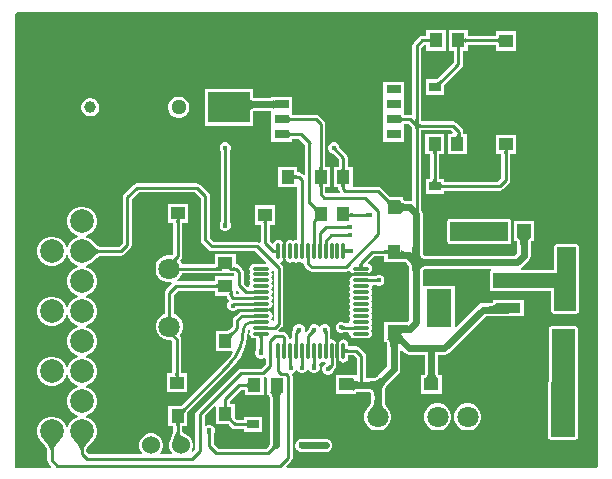
<source format=gtl>
G04*
G04 #@! TF.GenerationSoftware,Altium Limited,Altium Designer,22.11.1 (43)*
G04*
G04 Layer_Physical_Order=1*
G04 Layer_Color=255*
%FSTAX24Y24*%
%MOIN*%
G70*
G04*
G04 #@! TF.SameCoordinates,C1124A1A-70A5-44B8-A6FF-2808BC57BE08*
G04*
G04*
G04 #@! TF.FilePolarity,Positive*
G04*
G01*
G75*
%ADD10C,0.0098*%
%ADD17O,0.0571X0.0118*%
%ADD18O,0.0118X0.0571*%
%ADD19R,0.0512X0.0315*%
%ADD20R,0.0449X0.0472*%
%ADD21R,0.0394X0.0315*%
%ADD22R,0.0449X0.0472*%
%ADD23R,0.0472X0.0449*%
%ADD24R,0.0472X0.0472*%
%ADD25R,0.0846X0.0354*%
%ADD26R,0.0846X0.1280*%
%ADD27R,0.0591X0.0394*%
%ADD28R,0.1441X0.1024*%
%ADD29R,0.1394X0.1024*%
%ADD30R,0.0472X0.0449*%
%ADD50C,0.0236*%
%ADD51C,0.0157*%
%ADD52C,0.0600*%
%ADD53C,0.0709*%
%ADD54C,0.0512*%
%ADD55C,0.0394*%
%ADD56C,0.0787*%
%ADD57C,0.0185*%
%ADD58C,0.0177*%
%ADD59C,0.0236*%
G36*
X008533Y008474D02*
X008531Y00847D01*
X008529Y008466D01*
X008528Y008461D01*
X008526Y008455D01*
X008525Y008448D01*
X008523Y008432D01*
X008523Y008423D01*
X008523Y008413D01*
X008425D01*
X008424Y008423D01*
X008423Y008448D01*
X008421Y008455D01*
X00842Y008461D01*
X008418Y008466D01*
X008416Y00847D01*
X008414Y008474D01*
X008412Y008477D01*
X008536D01*
X008533Y008474D01*
D02*
G37*
G36*
X005653Y008367D02*
X005645Y008364D01*
X005637Y008359D01*
X005631Y008352D01*
X005626Y008343D01*
X005621Y008332D01*
X005618Y008319D01*
X005615Y008304D01*
X005614Y008287D01*
X005613Y008268D01*
X005515D01*
X005514Y008287D01*
X005513Y008304D01*
X00551Y008319D01*
X005507Y008332D01*
X005502Y008343D01*
X005497Y008352D01*
X005491Y008359D01*
X005483Y008364D01*
X005475Y008367D01*
X005466Y008368D01*
X005662D01*
X005653Y008367D01*
D02*
G37*
G36*
X008563Y008316D02*
X008554Y008313D01*
X008547Y008308D01*
X008541Y008301D01*
X008535Y008292D01*
X008531Y008281D01*
X008527Y008269D01*
X008525Y008254D01*
X008523Y008237D01*
X008523Y008218D01*
X008425D01*
X008424Y008237D01*
X008423Y008254D01*
X00842Y008269D01*
X008417Y008281D01*
X008412Y008292D01*
X008407Y008301D01*
X0084Y008308D01*
X008393Y008313D01*
X008385Y008316D01*
X008375Y008317D01*
X008572D01*
X008563Y008316D01*
D02*
G37*
G36*
X008856Y007237D02*
X008855Y007246D01*
X008852Y007255D01*
X008847Y007262D01*
X00884Y007269D01*
X008831Y007274D01*
X00882Y007278D01*
X008807Y007282D01*
X008792Y007284D01*
X008775Y007286D01*
X008757Y007286D01*
Y007385D01*
X008775Y007385D01*
X008792Y007387D01*
X008807Y007389D01*
X00882Y007393D01*
X008831Y007397D01*
X00884Y007402D01*
X008847Y007409D01*
X008852Y007416D01*
X008855Y007425D01*
X008856Y007434D01*
Y007237D01*
D02*
G37*
G36*
X002684Y007563D02*
X002803Y007461D01*
X002838Y007436D01*
X002872Y007415D01*
X002903Y0074D01*
X002933Y007388D01*
X002961Y007381D01*
X002987Y007379D01*
Y007281D01*
X002961Y007279D01*
X002933Y007272D01*
X002903Y00726D01*
X002872Y007245D01*
X002838Y007224D01*
X002803Y007199D01*
X002765Y00717D01*
X002684Y007097D01*
X002641Y007054D01*
Y007606D01*
X002684Y007563D01*
D02*
G37*
G36*
X007386Y00684D02*
X007389Y006831D01*
X007394Y006824D01*
X007401Y006818D01*
X00741Y006812D01*
X00742Y006808D01*
X007433Y006804D01*
X007448Y006802D01*
X007465Y0068D01*
X007483Y0068D01*
Y006702D01*
X007385Y006703D01*
Y006849D01*
X007386Y00684D01*
D02*
G37*
G36*
X006915Y006703D02*
X006914Y006702D01*
X006911Y006702D01*
X006906Y006702D01*
X006817Y006701D01*
Y006799D01*
X006835Y0068D01*
X006852Y006801D01*
X006867Y006804D01*
X00688Y006807D01*
X006891Y006812D01*
X0069Y006817D01*
X006907Y006823D01*
X006912Y006831D01*
X006915Y006839D01*
X006916Y006848D01*
X006915Y006703D01*
D02*
G37*
G36*
X007325Y0066D02*
X007437D01*
X007449Y006588D01*
Y006497D01*
X006815D01*
Y006325D01*
X005539D01*
X005525Y006375D01*
X005548Y006388D01*
X005632Y006472D01*
X005692Y006575D01*
X005698Y006599D01*
X006962D01*
X006981Y006603D01*
X007311D01*
X007325Y0066D01*
D02*
G37*
G36*
X006329Y009098D02*
Y00771D01*
X006341Y007652D01*
X006374Y007604D01*
X006594Y007384D01*
X006642Y007351D01*
X0067Y007339D01*
X008128D01*
X008506Y006962D01*
X008486Y006915D01*
X008107D01*
X008045Y006903D01*
X007993Y006868D01*
X007959Y006816D01*
X007946Y006755D01*
X007959Y006693D01*
X007983Y006656D01*
X007959Y006619D01*
X007946Y006558D01*
X007959Y006497D01*
X007983Y00646D01*
X007959Y006423D01*
X007946Y006361D01*
X007959Y0063D01*
X007983Y006263D01*
X007959Y006226D01*
X007946Y006164D01*
X007908Y006132D01*
X007872Y006131D01*
X007751Y006252D01*
Y006256D01*
Y00665D01*
X007739Y006708D01*
X007706Y006756D01*
X007606Y006857D01*
X007557Y00689D01*
X007499Y006901D01*
X007485D01*
Y007249D01*
X006815D01*
Y006901D01*
X005698D01*
X005692Y006925D01*
X005671Y006962D01*
X005635Y007024D01*
X00567Y007059D01*
X005703Y007108D01*
X005715Y007166D01*
Y008267D01*
X005899D01*
Y008913D01*
X005229D01*
Y008267D01*
X005413D01*
Y007228D01*
X005376Y00719D01*
X00533Y007203D01*
X00521D01*
X005095Y007172D01*
X004992Y007112D01*
X004908Y007028D01*
X004848Y006925D01*
X004817Y00681D01*
Y00669D01*
X004848Y006575D01*
X004908Y006472D01*
X004992Y006388D01*
X005095Y006328D01*
X00521Y006297D01*
X00533D01*
X005349Y006302D01*
X005375Y006258D01*
X005174Y006056D01*
X005141Y006008D01*
X005129Y00595D01*
Y005248D01*
X005105Y005242D01*
X005002Y005182D01*
X004918Y005098D01*
X004858Y004995D01*
X004827Y00488D01*
Y00476D01*
X004858Y004645D01*
X004918Y004542D01*
X005002Y004458D01*
X005105Y004398D01*
X00522Y004367D01*
X00534D01*
X005373Y004329D01*
Y003273D01*
X005189D01*
Y002627D01*
X005859D01*
Y003273D01*
X005675D01*
Y004411D01*
X005663Y004468D01*
X00563Y004517D01*
X005624Y004524D01*
X005642Y004542D01*
X005702Y004645D01*
X005733Y00476D01*
Y00488D01*
X005702Y004995D01*
X005642Y005098D01*
X005558Y005182D01*
X005455Y005242D01*
X005431Y005248D01*
Y005888D01*
X005566Y006023D01*
X006815D01*
Y005851D01*
X007186D01*
Y005843D01*
X007198Y005785D01*
X007231Y005737D01*
X007285Y005682D01*
X007284Y005679D01*
X007231Y005626D01*
X007203Y005557D01*
Y005483D01*
X007231Y005414D01*
X007284Y005361D01*
X007353Y005333D01*
X007427D01*
X007496Y005361D01*
X007549Y005414D01*
X007552Y005423D01*
X008056D01*
X008107Y005413D01*
X00856D01*
X008621Y005425D01*
X008673Y00546D01*
X008708Y005512D01*
X00872Y005574D01*
X008708Y005635D01*
X008683Y005672D01*
X008708Y005709D01*
X00872Y005771D01*
X008708Y005832D01*
X008683Y005869D01*
X008708Y005906D01*
X00872Y005967D01*
X008708Y006029D01*
X008683Y006066D01*
X008708Y006103D01*
X00872Y006164D01*
X008708Y006226D01*
X008683Y006263D01*
X008708Y0063D01*
X00872Y006361D01*
X008708Y006423D01*
X008683Y00646D01*
X008708Y006497D01*
X00872Y006558D01*
X008708Y006619D01*
X008683Y006656D01*
X008688Y006664D01*
X00875Y006677D01*
X008769Y006662D01*
Y005023D01*
X008768Y00502D01*
X008764Y005018D01*
X008708Y005043D01*
X008708Y005045D01*
X008683Y005082D01*
X008708Y005119D01*
X00872Y00518D01*
X008708Y005241D01*
X008673Y005294D01*
X008621Y005328D01*
X00856Y005341D01*
X008107D01*
X008056Y005331D01*
X0077D01*
X007642Y005319D01*
X007594Y005286D01*
X007444Y005136D01*
X007411Y005088D01*
X007399Y00503D01*
Y004842D01*
X007262Y004705D01*
X007247Y004691D01*
X007235Y004682D01*
X007234Y004681D01*
X006817D01*
Y004011D01*
X007368D01*
X007392Y003968D01*
X007317Y003846D01*
X007202Y00371D01*
X007168Y003674D01*
X007168Y003674D01*
X007132Y003639D01*
X005702Y002208D01*
X005686Y002193D01*
X005675Y002185D01*
X005234D01*
Y001515D01*
X005406D01*
Y001298D01*
X005323Y001066D01*
X005305Y001025D01*
X005299Y001014D01*
X005272Y000912D01*
Y000808D01*
X005299Y000706D01*
X005351Y000615D01*
X00536Y000607D01*
X005341Y000561D01*
X004999D01*
X00498Y000607D01*
X004989Y000615D01*
X005041Y000706D01*
X005068Y000808D01*
Y000912D01*
X005041Y001014D01*
X004989Y001105D01*
X004915Y001179D01*
X004824Y001231D01*
X004722Y001258D01*
X004618D01*
X004516Y001231D01*
X004425Y001179D01*
X004351Y001105D01*
X004299Y001014D01*
X004272Y000912D01*
Y000808D01*
X004299Y000706D01*
X004351Y000615D01*
X00436Y000607D01*
X004341Y000561D01*
X002592D01*
X00251Y000643D01*
Y00071D01*
X00251Y000712D01*
X002514Y000727D01*
X002521Y000746D01*
X002533Y000769D01*
X00255Y000797D01*
X00257Y000825D01*
X002666Y000937D01*
X002707Y000978D01*
X002712Y000986D01*
X002753Y001028D01*
X002818Y00114D01*
X002852Y001265D01*
Y001395D01*
X002818Y00152D01*
X002753Y001632D01*
X002662Y001724D01*
X00255Y001789D01*
X002492Y001804D01*
Y001856D01*
X00255Y001871D01*
X002662Y001936D01*
X002753Y002028D01*
X002818Y00214D01*
X002852Y002265D01*
Y002395D01*
X002818Y00252D01*
X002753Y002632D01*
X002662Y002724D01*
X00255Y002789D01*
X002492Y002804D01*
Y002856D01*
X00255Y002871D01*
X002662Y002936D01*
X002753Y003028D01*
X002818Y00314D01*
X002852Y003265D01*
Y003395D01*
X002818Y00352D01*
X002753Y003632D01*
X002662Y003724D01*
X00255Y003789D01*
X002492Y003804D01*
Y003856D01*
X00255Y003871D01*
X002662Y003936D01*
X002753Y004028D01*
X002818Y00414D01*
X002852Y004265D01*
Y004395D01*
X002818Y00452D01*
X002753Y004632D01*
X002662Y004724D01*
X00255Y004789D01*
X002492Y004804D01*
Y004856D01*
X00255Y004871D01*
X002662Y004936D01*
X002753Y005028D01*
X002818Y00514D01*
X002852Y005265D01*
Y005395D01*
X002818Y00552D01*
X002753Y005632D01*
X002662Y005724D01*
X00255Y005789D01*
X002492Y005804D01*
Y005856D01*
X00255Y005871D01*
X002662Y005936D01*
X002753Y006028D01*
X002818Y00614D01*
X002852Y006265D01*
Y006395D01*
X002818Y00652D01*
X002753Y006632D01*
X002662Y006724D01*
X00255Y006789D01*
X002492Y006804D01*
Y006856D01*
X00255Y006871D01*
X002662Y006936D01*
X002704Y006978D01*
X002711Y006983D01*
X002753Y007024D01*
X00283Y007093D01*
X002862Y007119D01*
X002893Y00714D01*
X00292Y007157D01*
X002944Y007168D01*
X002963Y007176D01*
X002977Y007179D01*
X00298Y007179D01*
X00367D01*
X003728Y007191D01*
X003776Y007224D01*
X003976Y007424D01*
X004009Y007472D01*
X004021Y00753D01*
Y009068D01*
X004252Y009299D01*
X006128D01*
X006329Y009098D01*
D02*
G37*
G36*
X006916Y006076D02*
X006915Y006085D01*
X006912Y006093D01*
X006907Y006101D01*
X0069Y006107D01*
X006891Y006112D01*
X00688Y006117D01*
X006867Y00612D01*
X006852Y006123D01*
X006835Y006124D01*
X006817Y006125D01*
Y006223D01*
X006835Y006224D01*
X006852Y006225D01*
X006867Y006228D01*
X00688Y006231D01*
X006891Y006236D01*
X0069Y006241D01*
X006907Y006247D01*
X006912Y006255D01*
X006915Y006263D01*
X006916Y006272D01*
Y006076D01*
D02*
G37*
G36*
X00761Y005967D02*
X007591Y005921D01*
X007488D01*
Y005999D01*
X007485Y006013D01*
Y006022D01*
X007535Y006042D01*
X00761Y005967D01*
D02*
G37*
G36*
X007385Y005951D02*
X007386Y005852D01*
X007288D01*
X007287Y005871D01*
X007286Y005888D01*
X007283Y005903D01*
X00728Y005916D01*
X007275Y005927D01*
X00727Y005936D01*
X007264Y005943D01*
X007256Y005948D01*
X007248Y005951D01*
X007239Y005952D01*
X007385Y005951D01*
D02*
G37*
G36*
X007532Y005524D02*
X007522Y005524D01*
X007505Y005523D01*
X007498Y005522D01*
X007492Y005521D01*
X007487Y005519D01*
X007484Y005517D01*
X007481Y005515D01*
X007479Y005512D01*
X007478Y005509D01*
X007411Y005606D01*
X007514Y005623D01*
X007532Y005524D01*
D02*
G37*
G36*
X009614Y004633D02*
X009611Y004632D01*
X009608Y00463D01*
X009604Y004628D01*
X0096Y004625D01*
X009595Y004622D01*
X009585Y004613D01*
X009565Y004594D01*
X00948Y004649D01*
X009487Y004656D01*
X009498Y004669D01*
X009503Y004675D01*
X009507Y004681D01*
X009509Y004686D01*
X009511Y004691D01*
X009513Y004696D01*
X009513Y0047D01*
X009513Y004704D01*
X009614Y004633D01*
D02*
G37*
G36*
X010109Y004621D02*
X010105Y004621D01*
X010101Y00462D01*
X010097Y004618D01*
X010092Y004616D01*
X010087Y004613D01*
X010081Y004609D01*
X010069Y004599D01*
X010062Y004592D01*
X010055Y004586D01*
X009986Y004655D01*
X009992Y004662D01*
X010009Y004681D01*
X010013Y004687D01*
X010016Y004692D01*
X010018Y004697D01*
X01002Y004701D01*
X010021Y004705D01*
X010021Y004709D01*
X010109Y004621D01*
D02*
G37*
G36*
X007432Y004593D02*
X007412Y004572D01*
X00738Y004535D01*
X007369Y004519D01*
X007361Y004504D01*
X007355Y004491D01*
X007352Y004479D01*
X007352Y004469D01*
X007355Y00446D01*
X007361Y004453D01*
X007212Y00458D01*
X00722Y004575D01*
X007229Y004573D01*
X00724Y004573D01*
X007252Y004576D01*
X007265Y004582D01*
X00728Y00459D01*
X007296Y004601D01*
X007313Y004615D01*
X007351Y004651D01*
X007432Y004593D01*
D02*
G37*
G36*
X010539Y004669D02*
X010539Y004666D01*
X010538Y004591D01*
X010538Y004573D01*
X01044Y004571D01*
X010439Y00458D01*
X010438Y004597D01*
X010437Y004605D01*
X010435Y004611D01*
X010433Y004617D01*
X010431Y004621D01*
X010428Y004625D01*
X010425Y004628D01*
X010422Y00463D01*
X010539Y00467D01*
X010539Y004669D01*
D02*
G37*
G36*
X008419Y004531D02*
X008411Y004528D01*
X008403Y004523D01*
X008397Y004516D01*
X008392Y004507D01*
X008387Y004496D01*
X008384Y004483D01*
X008381Y004468D01*
X00838Y004451D01*
X008379Y004432D01*
X008281D01*
X00828Y004451D01*
X008279Y004468D01*
X008276Y004483D01*
X008273Y004496D01*
X008268Y004507D01*
X008263Y004516D01*
X008257Y004523D01*
X008249Y004528D01*
X008241Y004531D01*
X008232Y004532D01*
X008428D01*
X008419Y004531D01*
D02*
G37*
G36*
X007258Y004419D02*
X007251Y004412D01*
X00724Y004399D01*
X007236Y004393D01*
X007232Y004387D01*
X007229Y004382D01*
X007227Y004376D01*
X007226Y004372D01*
X007226Y004367D01*
X007226Y004363D01*
X007124Y004433D01*
X007126Y004434D01*
X00713Y004435D01*
X007133Y004438D01*
X007137Y00444D01*
X007147Y004448D01*
X007159Y004459D01*
X007172Y004472D01*
X007258Y004419D01*
D02*
G37*
G36*
X008379Y004047D02*
X008381Y004022D01*
X008382Y004015D01*
X008384Y004009D01*
X008385Y004004D01*
X008387Y004D01*
X00839Y003996D01*
X008392Y003993D01*
X008268D01*
X00827Y003996D01*
X008273Y004D01*
X008275Y004004D01*
X008276Y004009D01*
X008278Y004015D01*
X008279Y004022D01*
X00828Y004038D01*
X008281Y004047D01*
X008281Y004057D01*
X008379D01*
X008379Y004047D01*
D02*
G37*
G36*
X010147Y003569D02*
X010149Y003544D01*
X01015Y003537D01*
X010152Y003531D01*
X010153Y003526D01*
X010155Y003522D01*
X010158Y003518D01*
X01016Y003515D01*
X010036Y003512D01*
X010039Y003514D01*
X010041Y003518D01*
X010042Y003522D01*
X010044Y003528D01*
X010045Y003534D01*
X010046Y00354D01*
X010048Y003556D01*
X010048Y003575D01*
X010147Y003578D01*
X010147Y003569D01*
D02*
G37*
G36*
X009754Y00357D02*
X009757Y003545D01*
X009758Y003539D01*
X009759Y003533D01*
X009761Y003527D01*
X009763Y003523D01*
X009766Y003519D01*
X009768Y003517D01*
X009645Y00351D01*
X009647Y003513D01*
X009649Y003516D01*
X00965Y003521D01*
X009652Y003526D01*
X009653Y003532D01*
X009654Y003539D01*
X009655Y003554D01*
X009656Y003573D01*
X009754Y00358D01*
X009754Y00357D01*
D02*
G37*
G36*
X009361Y003572D02*
X009362Y003555D01*
X009363Y003547D01*
X009364Y003541D01*
X009366Y003535D01*
X009368Y00353D01*
X00937Y003525D01*
X009373Y003522D01*
X009376Y003519D01*
X009252Y003507D01*
X009254Y00351D01*
X009256Y003513D01*
X009257Y003518D01*
X009259Y003523D01*
X00926Y003529D01*
X009261Y003543D01*
X009262Y00356D01*
X009262Y00357D01*
X009361Y003582D01*
X009361Y003572D01*
D02*
G37*
G36*
X01069Y003471D02*
X010683Y003464D01*
X010672Y003451D01*
X010667Y003445D01*
X010663Y003439D01*
X010661Y003434D01*
X010659Y003429D01*
X010657Y003424D01*
X010657Y00342D01*
X010657Y003416D01*
X010556Y003487D01*
X010559Y003488D01*
X010562Y00349D01*
X010566Y003492D01*
X01057Y003495D01*
X010575Y003498D01*
X010585Y003507D01*
X010605Y003526D01*
X01069Y003471D01*
D02*
G37*
G36*
X01957Y01527D02*
Y00017D01*
X01952Y00012D01*
X009189D01*
X009169Y000167D01*
X009346Y000344D01*
X009379Y000392D01*
X009391Y00045D01*
Y003172D01*
X009381Y003223D01*
X009379Y00323D01*
X009404Y003282D01*
X009426Y003291D01*
X009479Y003344D01*
X009488Y003367D01*
X009542D01*
X009551Y003344D01*
X009604Y003291D01*
X009673Y003263D01*
X009747D01*
X009816Y003291D01*
X009869Y003344D01*
X009878Y003367D01*
X009932D01*
X009941Y003344D01*
X009994Y003291D01*
X010063Y003263D01*
X010137D01*
X010206Y003291D01*
X010259Y003344D01*
X010287Y003413D01*
Y003487D01*
X010259Y003556D01*
X010264Y003583D01*
X010292Y003622D01*
X010353Y003634D01*
X01039Y003659D01*
X010427Y003634D01*
X010487Y003622D01*
X010489Y003619D01*
X010498Y003573D01*
X010464Y003559D01*
X010411Y003506D01*
X010383Y003437D01*
Y003363D01*
X010411Y003294D01*
X010464Y003241D01*
X010533Y003213D01*
X010607D01*
X010676Y003241D01*
X010729Y003294D01*
X010757Y003363D01*
Y003395D01*
X010792Y00343D01*
X010825Y003479D01*
X010836Y003537D01*
Y003732D01*
X010846Y003782D01*
Y004235D01*
X010834Y004297D01*
X010799Y004349D01*
X010747Y004383D01*
X010686Y004396D01*
X010678Y004394D01*
X010639Y004426D01*
Y004654D01*
X010647Y004673D01*
Y004747D01*
X010619Y004816D01*
X010566Y004869D01*
X010497Y004897D01*
X010423D01*
X010354Y004869D01*
X010316Y004831D01*
X010285Y004821D01*
X010254Y004831D01*
X010216Y004869D01*
X010147Y004897D01*
X010073D01*
X010004Y004869D01*
X009951Y004816D01*
X009923Y004747D01*
Y004736D01*
X009821Y004634D01*
X009778Y004662D01*
X009787Y004683D01*
Y004757D01*
X009759Y004826D01*
X009706Y004879D01*
X009637Y004907D01*
X009563D01*
X009494Y004879D01*
X009441Y004826D01*
X009413Y004757D01*
Y004725D01*
X009398Y00471D01*
X009365Y004661D01*
X009354Y004603D01*
Y004426D01*
X009315Y004394D01*
X009308Y004396D01*
X0093Y004394D01*
X009268Y00442D01*
X00926Y004437D01*
X00925Y00449D01*
X009217Y004539D01*
X00916Y004596D01*
X009111Y004629D01*
X009053Y004641D01*
X008932D01*
X008926Y004648D01*
X008913Y004691D01*
X009026Y004804D01*
X009059Y004852D01*
X009071Y00491D01*
Y00676D01*
X009059Y006818D01*
X009026Y006866D01*
X008979Y006914D01*
X008992Y006972D01*
X009027Y006996D01*
X009062Y007048D01*
X009075Y007109D01*
Y007562D01*
X009062Y007623D01*
X009027Y007675D01*
X008975Y00771D01*
X008914Y007722D01*
X008852Y00771D01*
X0088Y007675D01*
X008766Y007623D01*
X00876Y007594D01*
X008705Y007577D01*
X008624Y007659D01*
Y008217D01*
X008808D01*
Y008863D01*
X008139D01*
Y008217D01*
X008323D01*
Y007639D01*
X008273Y007612D01*
X008248Y007629D01*
X00819Y007641D01*
X006762D01*
X006631Y007772D01*
Y00916D01*
X006619Y009218D01*
X006586Y009266D01*
X006296Y009556D01*
X006248Y009589D01*
X00619Y009601D01*
X00419D01*
X004132Y009589D01*
X004084Y009556D01*
X003764Y009236D01*
X003731Y009188D01*
X003719Y00913D01*
Y007592D01*
X003608Y007481D01*
X00298D01*
X002977Y007481D01*
X002963Y007484D01*
X002944Y007492D01*
X00292Y007503D01*
X002893Y00752D01*
X002864Y00754D01*
X002752Y007636D01*
X002711Y007677D01*
X002704Y007682D01*
X002662Y007724D01*
X00255Y007789D01*
X002492Y007804D01*
Y007856D01*
X00255Y007871D01*
X002662Y007936D01*
X002753Y008028D01*
X002818Y00814D01*
X002852Y008265D01*
Y008395D01*
X002818Y00852D01*
X002753Y008632D01*
X002662Y008724D01*
X00255Y008789D01*
X002424Y008822D01*
X002295D01*
X00217Y008789D01*
X002058Y008724D01*
X001966Y008632D01*
X001901Y00852D01*
X001868Y008395D01*
Y008265D01*
X001901Y00814D01*
X001966Y008028D01*
X002058Y007936D01*
X00217Y007871D01*
X002228Y007856D01*
Y007804D01*
X00217Y007789D01*
X002058Y007724D01*
X001966Y007632D01*
X001901Y00752D01*
X001886Y007462D01*
X001834D01*
X001818Y00752D01*
X001753Y007632D01*
X001662Y007724D01*
X00155Y007789D01*
X001424Y007822D01*
X001295D01*
X00117Y007789D01*
X001058Y007724D01*
X000966Y007632D01*
X000901Y00752D01*
X000868Y007395D01*
Y007265D01*
X000901Y00714D01*
X000966Y007028D01*
X001058Y006936D01*
X00117Y006871D01*
X001295Y006838D01*
X001424D01*
X00155Y006871D01*
X001662Y006936D01*
X001753Y007028D01*
X001818Y00714D01*
X001834Y007198D01*
X001886D01*
X001901Y00714D01*
X001966Y007028D01*
X002058Y006936D01*
X00217Y006871D01*
X002228Y006856D01*
Y006804D01*
X00217Y006789D01*
X002058Y006724D01*
X001966Y006632D01*
X001901Y00652D01*
X001868Y006395D01*
Y006265D01*
X001901Y00614D01*
X001966Y006028D01*
X002058Y005936D01*
X00217Y005871D01*
X002228Y005856D01*
Y005804D01*
X00217Y005789D01*
X002058Y005724D01*
X001966Y005632D01*
X001901Y00552D01*
X001886Y005462D01*
X001834D01*
X001818Y00552D01*
X001753Y005632D01*
X001662Y005724D01*
X00155Y005789D01*
X001424Y005822D01*
X001295D01*
X00117Y005789D01*
X001058Y005724D01*
X000966Y005632D01*
X000901Y00552D01*
X000868Y005395D01*
Y005265D01*
X000901Y00514D01*
X000966Y005028D01*
X001058Y004936D01*
X00117Y004871D01*
X001295Y004838D01*
X001424D01*
X00155Y004871D01*
X001662Y004936D01*
X001753Y005028D01*
X001818Y00514D01*
X001834Y005198D01*
X001886D01*
X001901Y00514D01*
X001966Y005028D01*
X002058Y004936D01*
X00217Y004871D01*
X002228Y004856D01*
Y004804D01*
X00217Y004789D01*
X002058Y004724D01*
X001966Y004632D01*
X001901Y00452D01*
X001868Y004395D01*
Y004265D01*
X001901Y00414D01*
X001966Y004028D01*
X002058Y003936D01*
X00217Y003871D01*
X002228Y003856D01*
Y003804D01*
X00217Y003789D01*
X002058Y003724D01*
X001966Y003632D01*
X001901Y00352D01*
X001886Y003462D01*
X001834D01*
X001818Y00352D01*
X001753Y003632D01*
X001662Y003724D01*
X00155Y003789D01*
X001424Y003822D01*
X001295D01*
X00117Y003789D01*
X001058Y003724D01*
X000966Y003632D01*
X000901Y00352D01*
X000868Y003395D01*
Y003265D01*
X000901Y00314D01*
X000966Y003028D01*
X001058Y002936D01*
X00117Y002871D01*
X001295Y002838D01*
X001424D01*
X00155Y002871D01*
X001662Y002936D01*
X001753Y003028D01*
X001818Y00314D01*
X001834Y003198D01*
X001886D01*
X001901Y00314D01*
X001966Y003028D01*
X002058Y002936D01*
X00217Y002871D01*
X002228Y002856D01*
Y002804D01*
X00217Y002789D01*
X002058Y002724D01*
X001966Y002632D01*
X001901Y00252D01*
X001868Y002395D01*
Y002265D01*
X001901Y00214D01*
X001966Y002028D01*
X002058Y001936D01*
X00217Y001871D01*
X002228Y001856D01*
Y001804D01*
X00217Y001789D01*
X002058Y001724D01*
X001966Y001632D01*
X001901Y00152D01*
X001886Y001462D01*
X001834D01*
X001818Y00152D01*
X001753Y001632D01*
X001662Y001724D01*
X00155Y001789D01*
X001424Y001822D01*
X001295D01*
X00117Y001789D01*
X001058Y001724D01*
X000966Y001632D01*
X000901Y00152D01*
X000868Y001395D01*
Y001265D01*
X000901Y00114D01*
X000966Y001028D01*
X001008Y000986D01*
X001013Y000978D01*
X001054Y000937D01*
X001123Y00086D01*
X001148Y000827D01*
X00117Y000797D01*
X001186Y000769D01*
X001198Y000746D01*
X001205Y000727D01*
X001209Y000712D01*
X001209Y00071D01*
Y00036D01*
X001221Y000303D01*
X001253Y000254D01*
X00134Y000167D01*
X001321Y00012D01*
X00014D01*
X00012Y00014D01*
Y01523D01*
X00021Y01532D01*
X01952D01*
X01957Y01527D01*
D02*
G37*
G36*
X005574Y003253D02*
X005575Y003236D01*
X005578Y003221D01*
X005581Y003209D01*
X005586Y003198D01*
X005591Y003189D01*
X005597Y003182D01*
X005605Y003177D01*
X005613Y003174D01*
X005622Y003173D01*
X005426D01*
X005435Y003174D01*
X005443Y003177D01*
X005451Y003182D01*
X005457Y003189D01*
X005462Y003198D01*
X005467Y003209D01*
X00547Y003221D01*
X005473Y003236D01*
X005474Y003253D01*
X005475Y003272D01*
X005573D01*
X005574Y003253D01*
D02*
G37*
G36*
X008044Y002794D02*
X008042Y002797D01*
X008039Y0028D01*
X008035Y002803D01*
X00803Y002805D01*
X008025Y002807D01*
X008018Y002809D01*
X008011Y00281D01*
X008003Y002811D01*
X007984Y002811D01*
X008021Y00291D01*
X008079Y002913D01*
X008044Y002794D01*
D02*
G37*
G36*
X007892Y002762D02*
X007891Y002772D01*
X007888Y00278D01*
X007883Y002787D01*
X007876Y002794D01*
X007867Y002799D01*
X007856Y002804D01*
X007843Y002807D01*
X007828Y002809D01*
X007811Y002811D01*
X007792Y002811D01*
Y00291D01*
X007811Y00291D01*
X007828Y002912D01*
X007843Y002914D01*
X007856Y002918D01*
X007867Y002922D01*
X007876Y002928D01*
X007883Y002934D01*
X007888Y002941D01*
X007891Y00295D01*
X007892Y002959D01*
Y002762D01*
D02*
G37*
G36*
X008543Y003121D02*
Y002629D01*
X008542Y002625D01*
X008543Y002622D01*
Y002526D01*
X008609D01*
X008611Y002518D01*
X008615Y002497D01*
X008619Y002448D01*
Y000869D01*
X008613Y00086D01*
X008604Y000847D01*
X008526Y000759D01*
X008518Y000751D01*
X006892D01*
X006751Y000892D01*
Y001246D01*
X006759Y001254D01*
X006787Y001323D01*
Y001397D01*
X006759Y001466D01*
X006706Y001519D01*
X006637Y001547D01*
X006563D01*
X006501Y001521D01*
X006451Y00154D01*
Y001838D01*
X00678Y002167D01*
X006827Y002148D01*
Y001559D01*
X007256D01*
X00728Y001539D01*
X007365Y001454D01*
X007414Y001421D01*
X007472Y001409D01*
X00778D01*
Y001304D01*
X00837D01*
Y001816D01*
X00778D01*
Y001711D01*
X007534D01*
X007496Y001748D01*
X007482Y001764D01*
X007472Y001776D01*
Y002229D01*
X0073D01*
Y002337D01*
X007673Y00271D01*
X007791D01*
Y002526D01*
X008437D01*
Y003125D01*
X008468Y003131D01*
X008493Y003148D01*
X008543Y003121D01*
D02*
G37*
G36*
X009054Y002624D02*
X009034Y002617D01*
X009016Y002605D01*
X009001Y002589D01*
X008988Y002567D01*
X008977Y002541D01*
X008969Y00251D01*
X008963Y002475D01*
X008959Y002434D01*
X008958Y002389D01*
X008722D01*
X008721Y002434D01*
X008715Y00251D01*
X008709Y002541D01*
X008702Y002567D01*
X008693Y002588D01*
X008683Y002604D01*
X008671Y002616D01*
X008658Y002623D01*
X008643Y002626D01*
X009076Y002627D01*
X009054Y002624D01*
D02*
G37*
G36*
X007199Y002209D02*
X007201Y002192D01*
X007203Y002177D01*
X007206Y002164D01*
X007211Y002153D01*
X007216Y002144D01*
X007223Y002137D01*
X00723Y002132D01*
X007238Y002129D01*
X007248Y002128D01*
X007051D01*
X00706Y002129D01*
X007069Y002132D01*
X007076Y002137D01*
X007082Y002144D01*
X007088Y002153D01*
X007092Y002164D01*
X007096Y002177D01*
X007098Y002192D01*
X0071Y002209D01*
X0071Y002227D01*
X007199D01*
X007199Y002209D01*
D02*
G37*
G36*
X005849Y002073D02*
X00583Y002053D01*
X0058Y002018D01*
X005789Y002002D01*
X005781Y001987D01*
X005775Y001974D01*
X005772Y001962D01*
X005771Y001951D01*
X005774Y001942D01*
X005779Y001934D01*
X005652Y002084D01*
X005659Y002078D01*
X005668Y002075D01*
X005678Y002075D01*
X00569Y002077D01*
X005703Y002083D01*
X005718Y002091D01*
X005734Y002103D01*
X005752Y002117D01*
X005792Y002155D01*
X005849Y002073D01*
D02*
G37*
G36*
X007366Y001791D02*
X007363Y001782D01*
X007363Y001771D01*
X007366Y00176D01*
X007372Y001746D01*
X00738Y001732D01*
X007392Y001716D01*
X007406Y001698D01*
X007442Y001659D01*
X007373Y001589D01*
X007352Y001609D01*
X007316Y00164D01*
X0073Y001651D01*
X007285Y00166D01*
X007272Y001665D01*
X00726Y001668D01*
X00725Y001668D01*
X007241Y001666D01*
X007233Y00166D01*
X007371Y001798D01*
X007366Y001791D01*
D02*
G37*
G36*
X005646Y001614D02*
X005637Y001611D01*
X00563Y001606D01*
X005624Y001599D01*
X005618Y00159D01*
X005614Y00158D01*
X00561Y001567D01*
X005608Y001552D01*
X005606Y001535D01*
X005606Y001517D01*
X005507D01*
X005507Y001535D01*
X005505Y001552D01*
X005503Y001567D01*
X0055Y00158D01*
X005495Y00159D01*
X00549Y001599D01*
X005483Y001606D01*
X005476Y001611D01*
X005468Y001614D01*
X005458Y001615D01*
X005655D01*
X005646Y001614D01*
D02*
G37*
G36*
X007881Y001462D02*
X00788Y001471D01*
X007877Y001479D01*
X007872Y001487D01*
X007865Y001493D01*
X007856Y001498D01*
X007845Y001503D01*
X007832Y001506D01*
X007817Y001509D01*
X0078Y00151D01*
X007781Y001511D01*
Y001609D01*
X0078Y00161D01*
X007817Y001611D01*
X007832Y001614D01*
X007845Y001617D01*
X007856Y001622D01*
X007865Y001627D01*
X007872Y001633D01*
X007877Y001641D01*
X00788Y001649D01*
X007881Y001658D01*
Y001462D01*
D02*
G37*
G36*
X00666Y001294D02*
X006657Y00129D01*
X006655Y001286D01*
X006654Y001281D01*
X006652Y001275D01*
X006651Y001268D01*
X00665Y001252D01*
X006649Y001243D01*
X006649Y001233D01*
X006551D01*
X006551Y001243D01*
X006549Y001268D01*
X006548Y001275D01*
X006546Y001281D01*
X006545Y001286D01*
X006543Y00129D01*
X00654Y001294D01*
X006538Y001297D01*
X006662D01*
X00666Y001294D01*
D02*
G37*
G36*
X005608Y001309D02*
X005613Y001286D01*
X005622Y001264D01*
X005634Y001243D01*
X00565Y001223D01*
X00567Y001204D01*
X005693Y001186D01*
X00572Y001169D01*
X00575Y001153D01*
X005783Y001138D01*
X005395Y000979D01*
X005416Y001029D01*
X005506Y00128D01*
X005507Y001292D01*
X005606Y001333D01*
X005608Y001309D01*
D02*
G37*
G36*
X002592Y001005D02*
X00249Y000887D01*
X002465Y000851D01*
X002445Y000818D01*
X002429Y000786D01*
X002418Y000757D01*
X002411Y000729D01*
X002409Y000703D01*
X00231D01*
X002308Y000729D01*
X002301Y000757D01*
X00229Y000786D01*
X002274Y000818D01*
X002254Y000851D01*
X002229Y000887D01*
X0022Y000925D01*
X002127Y001005D01*
X002084Y001049D01*
X002635D01*
X002592Y001005D01*
D02*
G37*
G36*
X001592D02*
X00149Y000887D01*
X001465Y000851D01*
X001445Y000818D01*
X001429Y000786D01*
X001418Y000757D01*
X001411Y000729D01*
X001409Y000703D01*
X00131D01*
X001308Y000729D01*
X001301Y000757D01*
X00129Y000786D01*
X001274Y000818D01*
X001254Y000851D01*
X001229Y000887D01*
X0012Y000925D01*
X001127Y001005D01*
X001084Y001049D01*
X001635D01*
X001592Y001005D01*
D02*
G37*
G36*
X007979Y004695D02*
X007983Y004688D01*
X007959Y004651D01*
X007946Y004589D01*
X007959Y004528D01*
X007993Y004476D01*
X008045Y004441D01*
X008107Y004429D01*
X008179D01*
Y004044D01*
X008171Y004036D01*
X008143Y003967D01*
Y003893D01*
X008171Y003824D01*
X008224Y003771D01*
X008293Y003743D01*
X008367D01*
X008436Y003771D01*
X008439Y003775D01*
X008489Y003754D01*
Y003562D01*
X008348Y003421D01*
X00767D01*
X007612Y003409D01*
X007564Y003376D01*
X006194Y002006D01*
X006161Y001958D01*
X006149Y0019D01*
Y000732D01*
X006066Y000649D01*
X006026Y000679D01*
X006041Y000706D01*
X006068Y000808D01*
Y000912D01*
X006041Y001014D01*
X005989Y001105D01*
X005915Y001179D01*
X005824Y001231D01*
X005814Y001234D01*
X005794Y001243D01*
X00577Y001256D01*
X005751Y001268D01*
X005736Y00128D01*
X005725Y00129D01*
X005717Y0013D01*
X005712Y001308D01*
X005709Y001316D01*
X005707Y001324D01*
Y001515D01*
X005879D01*
Y001956D01*
X00588Y001957D01*
X005901Y001981D01*
X007345Y003426D01*
X007381Y00346D01*
X007381Y003461D01*
X007413Y003497D01*
X007532Y003633D01*
X007659Y003823D01*
X007761Y004028D01*
X007834Y004245D01*
X007879Y004469D01*
X00789Y004648D01*
X007894Y004696D01*
X007894Y004697D01*
X007913Y00471D01*
X007915Y004711D01*
X007979Y004695D01*
D02*
G37*
G36*
X00884Y000742D02*
X008829Y00074D01*
X008816Y000735D01*
X008801Y000728D01*
X008783Y000716D01*
X008764Y000702D01*
X008718Y000664D01*
X008663Y000613D01*
X008632Y000582D01*
X008562Y000652D01*
X008593Y000683D01*
X008682Y000784D01*
X008696Y000803D01*
X008708Y000821D01*
X008715Y000836D01*
X00872Y000849D01*
X008722Y00086D01*
X00884Y000742D01*
D02*
G37*
%LPC*%
G36*
X014487Y014691D02*
X013841D01*
Y014507D01*
X013707D01*
X013649Y014496D01*
X0136Y014463D01*
X013424Y014286D01*
X013391Y014238D01*
X013379Y01418D01*
Y011915D01*
X013329Y011874D01*
X013314Y011877D01*
X013115D01*
Y01247D01*
Y012982D01*
X012406D01*
Y01247D01*
Y01197D01*
Y01147D01*
Y01097D01*
X013115D01*
Y011576D01*
X013251D01*
X013351Y011476D01*
X013355Y011471D01*
X013361Y011462D01*
X013366Y011453D01*
X013371Y011444D01*
X013374Y011435D01*
X013377Y011425D01*
X013379Y011414D01*
X013379Y011407D01*
Y009048D01*
X013329Y009008D01*
X013284Y009017D01*
X013166D01*
X013147Y009018D01*
X01312Y009023D01*
X0131Y009028D01*
X013087Y009033D01*
X013084Y009036D01*
X013083Y009042D01*
X013083Y009042D01*
Y009131D01*
X012987D01*
X012983Y009131D01*
X01298Y009131D01*
X012974D01*
X012973Y009131D01*
X012972Y009131D01*
X012654D01*
X01263Y009151D01*
X012344Y009436D01*
X012295Y009469D01*
X012238Y009481D01*
X011399D01*
Y010145D01*
X011227D01*
Y010454D01*
X011215Y010512D01*
X011182Y01056D01*
X010947Y010796D01*
Y010807D01*
X010919Y010876D01*
X010866Y010929D01*
X010797Y010957D01*
X010723D01*
X010654Y010929D01*
X010601Y010876D01*
X010573Y010807D01*
Y010733D01*
X010601Y010664D01*
X010654Y010611D01*
X010723Y010583D01*
X010734D01*
X010925Y010392D01*
Y010145D01*
X010753D01*
Y009475D01*
X010909D01*
Y00942D01*
X010921Y009362D01*
X010954Y009314D01*
X01096Y009307D01*
X010941Y009261D01*
X010512D01*
X010475Y009298D01*
Y009475D01*
X010647D01*
Y010145D01*
X010475D01*
Y011566D01*
X010463Y011624D01*
X01043Y011672D01*
X01027Y011833D01*
X010221Y011865D01*
X010164Y011877D01*
X009374D01*
Y012482D01*
X008769D01*
X008765Y012483D01*
X008762Y012482D01*
X008761D01*
X008758Y012483D01*
X008756Y012482D01*
X008666D01*
Y012452D01*
X008599Y012447D01*
X008138D01*
X008119Y012449D01*
X008092Y012453D01*
X008072Y012459D01*
X008059Y012464D01*
X008055Y012466D01*
Y01274D01*
X006465D01*
Y01152D01*
X008055D01*
Y011986D01*
X008059Y011989D01*
X008072Y011994D01*
X008092Y011999D01*
X008119Y012004D01*
X008138Y012006D01*
X008622D01*
X008666Y012002D01*
Y01147D01*
Y01097D01*
X009374D01*
Y011076D01*
X009611D01*
X009799Y010888D01*
Y009899D01*
X009753Y00988D01*
X009716Y009916D01*
X009668Y009949D01*
X00961Y009961D01*
X009547D01*
Y010145D01*
X008901D01*
Y009475D01*
X009547D01*
X009549Y009427D01*
Y007753D01*
X009511Y007721D01*
X009504Y007722D01*
X009443Y00771D01*
X009406Y007686D01*
X009369Y00771D01*
X009308Y007722D01*
X009246Y00771D01*
X009194Y007675D01*
X009159Y007623D01*
X009147Y007562D01*
Y007109D01*
X009159Y007048D01*
X009194Y006996D01*
X009246Y006961D01*
X009308Y006949D01*
X009369Y006961D01*
X009406Y006985D01*
X009443Y006961D01*
X009504Y006949D01*
X009566Y006961D01*
X009603Y006985D01*
X00964Y006961D01*
X009701Y006949D01*
X009713Y006951D01*
X009733Y006934D01*
X009753Y006908D01*
X009763Y00686D01*
X009796Y006812D01*
X009914Y006694D01*
X009962Y006661D01*
X01002Y006649D01*
X01116D01*
X011218Y006661D01*
X011241Y006677D01*
X011242Y006677D01*
X011301Y006666D01*
X011306Y006662D01*
X01132Y006641D01*
X011372Y006606D01*
X011434Y006594D01*
X011886D01*
X011948Y006606D01*
X012Y006641D01*
X012035Y006693D01*
X012047Y006755D01*
X012035Y006816D01*
X012Y006868D01*
X011948Y006903D01*
X011905Y006912D01*
X011885Y006962D01*
X012087Y007164D01*
X012447D01*
Y00698D01*
X012855D01*
X012876Y006976D01*
X013173D01*
X013175Y006974D01*
X013194Y006951D01*
X013215Y00692D01*
X013232Y006889D01*
X013247Y006857D01*
X01326Y006824D01*
X013269Y006789D01*
X013276Y006753D01*
X013279Y006723D01*
Y005051D01*
X013193Y004965D01*
X012866D01*
X012845Y004961D01*
X012437D01*
Y004403D01*
X012437Y004403D01*
X012437Y004402D01*
Y004395D01*
X012436Y004391D01*
X012437Y004387D01*
Y004291D01*
X012523D01*
X012524Y004291D01*
X012529Y004277D01*
X012534Y004256D01*
X012538Y004228D01*
X012539Y004212D01*
Y003491D01*
X012242Y003195D01*
X012219Y003176D01*
X012189Y003155D01*
X012157Y003138D01*
X012125Y003123D01*
X012092Y00311D01*
X012058Y003101D01*
X012022Y003094D01*
X011992Y003091D01*
X011831D01*
Y00384D01*
X011819Y003898D01*
X011786Y003946D01*
X011618Y004115D01*
X011569Y004148D01*
X011511Y004159D01*
X01124D01*
Y004235D01*
X011228Y004297D01*
X011193Y004349D01*
X011141Y004383D01*
X011079Y004396D01*
X011018Y004383D01*
X010966Y004349D01*
X010931Y004297D01*
X010919Y004235D01*
Y003782D01*
X010931Y003721D01*
X010966Y003669D01*
X011018Y003634D01*
X011079Y003622D01*
X011141Y003634D01*
X011193Y003669D01*
X011228Y003721D01*
X01124Y003782D01*
Y003858D01*
X011449D01*
X011529Y003778D01*
Y003254D01*
X011509Y003213D01*
X010839D01*
Y002567D01*
X011406D01*
X011409Y002566D01*
X011413Y002567D01*
X011509D01*
Y002638D01*
X011518Y002641D01*
X011539Y002645D01*
X011589Y002649D01*
X011911D01*
X011936Y002645D01*
X011956Y002638D01*
X011971Y00263D01*
X011982Y002622D01*
X01199Y002611D01*
X011998Y002596D01*
X012005Y002576D01*
X012009Y002551D01*
Y002325D01*
X012008Y002311D01*
X012003Y002288D01*
X011996Y002266D01*
X011987Y002245D01*
X011977Y002224D01*
X011964Y002204D01*
X011949Y002183D01*
X011931Y002163D01*
X011909Y002141D01*
X011904Y002133D01*
X011858Y002087D01*
X011798Y001984D01*
X011767Y001869D01*
Y00175D01*
X011798Y001635D01*
X011858Y001531D01*
X011942Y001447D01*
X012045Y001387D01*
X01216Y001357D01*
X01228D01*
X012395Y001387D01*
X012498Y001447D01*
X012582Y001531D01*
X012642Y001635D01*
X012673Y00175D01*
Y001869D01*
X012642Y001984D01*
X012582Y002087D01*
X012553Y002116D01*
X01255Y002123D01*
X012528Y002147D01*
X01251Y002169D01*
X012495Y002191D01*
X012483Y002213D01*
X012472Y002235D01*
X012464Y002257D01*
X012457Y00228D01*
X012452Y002303D01*
X012451Y002317D01*
Y002632D01*
X012454Y002662D01*
X012461Y002698D01*
X01247Y002732D01*
X012483Y002765D01*
X012498Y002797D01*
X012515Y002829D01*
X012536Y002859D01*
X012555Y002882D01*
X012916Y003244D01*
X012964Y003316D01*
X012981Y0034D01*
Y004016D01*
X013027Y004035D01*
X013118Y003944D01*
X01319Y003896D01*
X013274Y003879D01*
X013795D01*
Y003296D01*
X013794Y003277D01*
X013789Y00325D01*
X013784Y00323D01*
X013779Y003217D01*
X013776Y003214D01*
X01377Y003213D01*
X01377Y003213D01*
X013681D01*
Y003117D01*
X013681Y003113D01*
X013681Y00311D01*
Y003104D01*
X013681Y003103D01*
X013681Y003102D01*
Y002567D01*
X014351D01*
Y003102D01*
X014351Y003103D01*
X014351Y003104D01*
Y00311D01*
X014351Y003113D01*
X014351Y003117D01*
Y003213D01*
X014262D01*
X014262Y003213D01*
X014256Y003214D01*
X014253Y003217D01*
X014248Y00323D01*
X014243Y00325D01*
X014238Y003277D01*
X014237Y003296D01*
Y003879D01*
X01445D01*
X014534Y003896D01*
X014606Y003944D01*
X015831Y005168D01*
X016056D01*
Y005164D01*
X016143D01*
X016143Y005164D01*
X016144Y005164D01*
X016152D01*
X016155Y005164D01*
X016159Y005164D01*
X017099D01*
Y005716D01*
X016167D01*
X016167Y005716D01*
X016166Y005716D01*
X016159D01*
X016155Y005716D01*
X016152Y005716D01*
X016056D01*
Y005628D01*
X016056Y005627D01*
X016055Y005627D01*
X016054Y005626D01*
X01604Y005621D01*
X01602Y005616D01*
X015992Y005611D01*
X015975Y00561D01*
X015739D01*
X015655Y005593D01*
X015583Y005545D01*
X014838Y0048D01*
X014792Y004819D01*
Y006178D01*
X013749D01*
X013721Y006217D01*
Y006643D01*
X013725Y006668D01*
X013732Y006688D01*
X01374Y006702D01*
X013748Y006713D01*
X013759Y006722D01*
X013774Y00673D01*
X013794Y006737D01*
X013819Y006741D01*
X015984D01*
X015999Y006691D01*
X015977Y006658D01*
X01597Y00662D01*
Y00609D01*
X015977Y006052D01*
X015999Y006019D01*
X016032Y005997D01*
X01607Y00599D01*
X01801D01*
Y00535D01*
X018017Y005312D01*
X018039Y005279D01*
X018072Y005257D01*
X01811Y00525D01*
X01883D01*
X018868Y005257D01*
X018901Y005279D01*
X018923Y005312D01*
X01893Y00535D01*
Y00748D01*
X018923Y007518D01*
X018901Y007551D01*
X018868Y007573D01*
X01883Y00758D01*
X01819D01*
X018152Y007573D01*
X018119Y007551D01*
X018097Y007518D01*
X01809Y00748D01*
Y00672D01*
X017D01*
X016985Y00677D01*
X017038Y006806D01*
X017256Y007024D01*
X017304Y007095D01*
X01732Y00718D01*
Y007582D01*
X017322Y007601D01*
X017327Y007628D01*
X017332Y007648D01*
X017337Y007661D01*
X017339Y007665D01*
X017345Y007665D01*
X017346Y007665D01*
X017434D01*
Y007761D01*
X017435Y007765D01*
X017434Y007769D01*
Y007774D01*
X017434Y007776D01*
X017434Y007776D01*
Y008335D01*
X016765D01*
Y007776D01*
X016765Y007776D01*
X016765Y007774D01*
Y007769D01*
X016764Y007765D01*
X016765Y007761D01*
Y007665D01*
X016854D01*
X016854Y007665D01*
X01686Y007665D01*
X016862Y007661D01*
X016868Y007648D01*
X016873Y007628D01*
X016877Y007601D01*
X016879Y007582D01*
Y007271D01*
X01679Y007182D01*
X013819D01*
X013794Y007187D01*
X013774Y007193D01*
X013759Y007201D01*
X013748Y00721D01*
X01374Y007221D01*
X013732Y007235D01*
X013725Y007256D01*
X013721Y00728D01*
Y00858D01*
X013704Y008664D01*
X013681Y0087D01*
Y011359D01*
X014678D01*
X014732Y011305D01*
X014712Y011255D01*
X014553D01*
Y010585D01*
X015199D01*
Y011255D01*
X015081D01*
Y01132D01*
X015069Y011378D01*
X015036Y011426D01*
X014846Y011616D01*
X014798Y011649D01*
X01474Y011661D01*
X013681D01*
Y014118D01*
X013769Y014206D01*
X013841D01*
Y014022D01*
X014487D01*
Y014691D01*
D02*
G37*
G36*
X015239D02*
X014593D01*
Y014022D01*
X014765D01*
Y013624D01*
X014232Y01309D01*
X014216Y013075D01*
X014204Y013066D01*
X01383D01*
Y012554D01*
X01442D01*
Y012849D01*
X014441Y012873D01*
X015022Y013455D01*
X015055Y013504D01*
X015067Y013561D01*
Y014022D01*
X015239D01*
Y014206D01*
X016151D01*
Y014017D01*
X016821D01*
Y014663D01*
X016151D01*
Y014507D01*
X015239D01*
Y014691D01*
D02*
G37*
G36*
X002681Y012425D02*
X002603D01*
X002528Y012405D01*
X002461Y012366D01*
X002406Y012311D01*
X002367Y012244D01*
X002347Y012169D01*
Y012091D01*
X002367Y012016D01*
X002406Y011949D01*
X002461Y011894D01*
X002528Y011855D01*
X002603Y011835D01*
X002681D01*
X002756Y011855D01*
X002823Y011894D01*
X002878Y011949D01*
X002917Y012016D01*
X002937Y012091D01*
Y012169D01*
X002917Y012244D01*
X002878Y012311D01*
X002823Y012366D01*
X002756Y012405D01*
X002681Y012425D01*
D02*
G37*
G36*
X005641Y012484D02*
X005548D01*
X005458Y01246D01*
X005377Y012414D01*
X005311Y012348D01*
X005265Y012267D01*
X00524Y012177D01*
Y012083D01*
X005265Y011993D01*
X005311Y011912D01*
X005377Y011846D01*
X005458Y0118D01*
X005548Y011776D01*
X005641D01*
X005732Y0118D01*
X005812Y011846D01*
X005878Y011912D01*
X005925Y011993D01*
X005949Y012083D01*
Y012177D01*
X005925Y012267D01*
X005878Y012348D01*
X005812Y012414D01*
X005732Y01246D01*
X005641Y012484D01*
D02*
G37*
G36*
X014447Y011255D02*
X013801D01*
Y010585D01*
X013973D01*
Y009756D01*
X01383D01*
Y009244D01*
X01442D01*
Y009349D01*
X01629D01*
X016348Y009361D01*
X016396Y009394D01*
X016592Y00959D01*
X016625Y009638D01*
X016637Y009696D01*
Y010577D01*
X016821D01*
Y011223D01*
X016151D01*
Y010577D01*
X016335D01*
Y009758D01*
X016228Y009651D01*
X01442D01*
Y009756D01*
X014275D01*
Y010585D01*
X014447D01*
Y011255D01*
D02*
G37*
G36*
X007177Y010967D02*
X007103D01*
X007034Y010939D01*
X006981Y010886D01*
X006953Y010817D01*
Y010743D01*
X006981Y010674D01*
X006989Y010667D01*
Y008303D01*
X006981Y008295D01*
X006952Y008227D01*
Y008152D01*
X006981Y008083D01*
X007033Y008031D01*
X007102Y008002D01*
X007177D01*
X007245Y008031D01*
X007298Y008083D01*
X007326Y008152D01*
Y008227D01*
X007298Y008295D01*
X00729Y008303D01*
Y010665D01*
X007299Y010674D01*
X007327Y010743D01*
Y010817D01*
X007299Y010886D01*
X007246Y010939D01*
X007177Y010967D01*
D02*
G37*
G36*
X01657Y00842D02*
X01465D01*
X014612Y008413D01*
X014579Y008391D01*
X014557Y008358D01*
X01455Y00832D01*
Y00766D01*
X014557Y007622D01*
X014579Y007589D01*
X014612Y007567D01*
X01465Y00756D01*
X01657D01*
X016608Y007567D01*
X016641Y007589D01*
X016663Y007622D01*
X01667Y00766D01*
Y00832D01*
X016663Y008358D01*
X016641Y008391D01*
X016608Y008413D01*
X01657Y00842D01*
D02*
G37*
G36*
X012297Y006547D02*
X012223D01*
X012154Y006519D01*
X012147Y006511D01*
X01194D01*
X011886Y006522D01*
X011434D01*
X011372Y006509D01*
X01132Y006475D01*
X011285Y006423D01*
X011273Y006361D01*
X011285Y0063D01*
X01131Y006263D01*
X011285Y006226D01*
X011273Y006164D01*
X011285Y006103D01*
X01131Y006066D01*
X011285Y006029D01*
X011273Y005967D01*
X011285Y005906D01*
X01131Y005869D01*
X011285Y005832D01*
X011273Y005771D01*
X011285Y005709D01*
X01131Y005672D01*
X011285Y005635D01*
X011273Y005574D01*
X011285Y005512D01*
X01131Y005475D01*
X011285Y005438D01*
X011273Y005377D01*
X011285Y005315D01*
X01131Y005278D01*
X011285Y005241D01*
X011273Y00518D01*
X011285Y005119D01*
X01131Y005082D01*
X011285Y005045D01*
X011273Y004983D01*
X011274Y004977D01*
X011242Y004939D01*
X011126D01*
X011116Y004949D01*
X011047Y004977D01*
X010973D01*
X010904Y004949D01*
X010851Y004896D01*
X010823Y004827D01*
Y004753D01*
X010851Y004684D01*
X010904Y004631D01*
X010973Y004603D01*
X011047D01*
X011116Y004631D01*
X011122Y004638D01*
X011243D01*
X011275Y004599D01*
X011273Y004589D01*
X011285Y004528D01*
X01132Y004476D01*
X011372Y004441D01*
X011434Y004429D01*
X011886D01*
X011948Y004441D01*
X012Y004476D01*
X012035Y004528D01*
X012047Y004589D01*
X012035Y004651D01*
X01201Y004688D01*
X012035Y004725D01*
X012047Y004786D01*
X012035Y004848D01*
X01201Y004885D01*
X012035Y004922D01*
X012047Y004983D01*
X012035Y005045D01*
X01201Y005082D01*
X012035Y005119D01*
X012047Y00518D01*
X012035Y005241D01*
X01201Y005278D01*
X012035Y005315D01*
X012047Y005377D01*
X012035Y005438D01*
X01201Y005475D01*
X012035Y005512D01*
X012047Y005574D01*
X012035Y005635D01*
X01201Y005672D01*
X012035Y005709D01*
X012047Y005771D01*
X012035Y005832D01*
X01201Y005869D01*
X012035Y005906D01*
X012047Y005967D01*
X012035Y006029D01*
X01201Y006066D01*
X012035Y006103D01*
X012047Y006164D01*
X012046Y006171D01*
X012077Y00621D01*
X012146D01*
X012154Y006201D01*
X012223Y006173D01*
X012297D01*
X012366Y006201D01*
X012419Y006254D01*
X012447Y006323D01*
Y006397D01*
X012419Y006466D01*
X012366Y006519D01*
X012297Y006547D01*
D02*
G37*
G36*
X01528Y002262D02*
X01516D01*
X015045Y002231D01*
X014942Y002172D01*
X014858Y002087D01*
X014798Y001984D01*
X014767Y001869D01*
Y00175D01*
X014798Y001635D01*
X014858Y001531D01*
X014942Y001447D01*
X015045Y001387D01*
X01516Y001357D01*
X01528D01*
X015395Y001387D01*
X015498Y001447D01*
X015582Y001531D01*
X015642Y001635D01*
X015673Y00175D01*
Y001869D01*
X015642Y001984D01*
X015582Y002087D01*
X015498Y002172D01*
X015395Y002231D01*
X01528Y002262D01*
D02*
G37*
G36*
X01428D02*
X01416D01*
X014045Y002231D01*
X013942Y002172D01*
X013858Y002087D01*
X013798Y001984D01*
X013767Y001869D01*
Y00175D01*
X013798Y001635D01*
X013858Y001531D01*
X013942Y001447D01*
X014045Y001387D01*
X01416Y001357D01*
X01428D01*
X014395Y001387D01*
X014498Y001447D01*
X014582Y001531D01*
X014642Y001635D01*
X014673Y00175D01*
Y001869D01*
X014642Y001984D01*
X014582Y002087D01*
X014498Y002172D01*
X014395Y002231D01*
X01428Y002262D01*
D02*
G37*
G36*
X01881Y00485D02*
X01804D01*
X018022Y004847D01*
X018003Y004843D01*
X018002Y004843D01*
X018002Y004843D01*
X017986Y004832D01*
X01797Y004822D01*
X01797Y004821D01*
X017969Y004821D01*
X017959Y004805D01*
X017948Y00479D01*
X017948Y004789D01*
X017947Y004788D01*
X017944Y00477D01*
X01794Y004752D01*
X017884Y001187D01*
X017884Y001187D01*
X017884Y001186D01*
X017888Y001168D01*
X017891Y001149D01*
X017891Y001148D01*
X017892Y001148D01*
X017902Y001132D01*
X017912Y001116D01*
X017913Y001116D01*
X017913Y001115D01*
X017948Y00108D01*
X017948Y001079D01*
X017949Y001079D01*
X017965Y001068D01*
X01798Y001058D01*
X017981Y001058D01*
X017981Y001057D01*
X018Y001054D01*
X018019Y00105D01*
X018019Y00105D01*
X01802Y00105D01*
X01881D01*
X018848Y001057D01*
X018881Y001079D01*
X018903Y001112D01*
X01891Y00115D01*
Y00468D01*
Y00475D01*
X018903Y004788D01*
X018881Y004821D01*
X018848Y004843D01*
X01881Y00485D01*
D02*
G37*
G36*
X01049Y001081D02*
X00969D01*
X009669Y001077D01*
X009647D01*
X009627Y001068D01*
X009606Y001064D01*
X009587Y001052D01*
X009567Y001044D01*
X009552Y001028D01*
X009534Y001016D01*
X009522Y000998D01*
X009506Y000983D01*
X009498Y000963D01*
X009486Y000944D01*
X009482Y000923D01*
X009473Y000903D01*
Y000881D01*
X009469Y00086D01*
X009473Y000839D01*
Y000817D01*
X009482Y000797D01*
X009486Y000776D01*
X009498Y000757D01*
X009506Y000737D01*
X009522Y000722D01*
X009534Y000704D01*
X009552Y000692D01*
X009567Y000676D01*
X009587Y000668D01*
X009606Y000656D01*
X009627Y000652D01*
X009647Y000643D01*
X009669D01*
X00969Y000639D01*
X01049D01*
X010511Y000643D01*
X010533D01*
X010553Y000652D01*
X010574Y000656D01*
X010593Y000668D01*
X010613Y000676D01*
X010628Y000692D01*
X010646Y000704D01*
X010658Y000722D01*
X010674Y000737D01*
X010682Y000757D01*
X010694Y000776D01*
X010698Y000797D01*
X010707Y000817D01*
Y000839D01*
X010711Y00086D01*
X010707Y000881D01*
Y000903D01*
X010698Y000923D01*
X010694Y000944D01*
X010682Y000963D01*
X010674Y000983D01*
X010658Y000998D01*
X010646Y001016D01*
X010628Y001028D01*
X010613Y001044D01*
X010593Y001052D01*
X010574Y001064D01*
X010553Y001068D01*
X010533Y001077D01*
X010511D01*
X01049Y001081D01*
D02*
G37*
%LPD*%
G36*
X013942Y014258D02*
X013941Y014268D01*
X013938Y014276D01*
X013933Y014283D01*
X013926Y01429D01*
X013917Y014295D01*
X013906Y0143D01*
X013893Y014303D01*
X013878Y014305D01*
X013861Y014307D01*
X013842Y014307D01*
Y014406D01*
X013861Y014406D01*
X013878Y014408D01*
X013893Y01441D01*
X013906Y014414D01*
X013917Y014418D01*
X013926Y014424D01*
X013933Y01443D01*
X013938Y014437D01*
X013941Y014446D01*
X013942Y014455D01*
Y014258D01*
D02*
G37*
G36*
X008765Y01207D02*
X008763Y012077D01*
X008756Y012084D01*
X008744Y012089D01*
X008728Y012094D01*
X008706Y012099D01*
X00868Y012102D01*
X008614Y012107D01*
X008529Y012108D01*
Y012344D01*
X008574Y012345D01*
X008706Y012354D01*
X008728Y012358D01*
X008744Y012363D01*
X008756Y012369D01*
X008763Y012375D01*
X008765Y012383D01*
Y01207D01*
D02*
G37*
G36*
X007957Y01244D02*
X007964Y01242D01*
X007976Y012402D01*
X007993Y012387D01*
X008014Y012374D01*
X00804Y012363D01*
X008071Y012355D01*
X008107Y012349D01*
X008147Y012346D01*
X008192Y012344D01*
Y012108D01*
X008147Y012107D01*
X008107Y012103D01*
X008071Y012098D01*
X00804Y012089D01*
X008014Y012079D01*
X007993Y012066D01*
X007976Y01205D01*
X007964Y012033D01*
X007957Y012013D01*
X007955Y01199D01*
Y012463D01*
X007957Y01244D01*
D02*
G37*
G36*
X013579Y011658D02*
X01358Y011639D01*
X013583Y011622D01*
X013588Y011607D01*
X013595Y011595D01*
X013604Y011584D01*
X013615Y011575D01*
X013627Y011568D01*
X013642Y011563D01*
X013659Y01156D01*
X013678Y011559D01*
Y011461D01*
X013659Y01146D01*
X013642Y011457D01*
X013627Y011452D01*
X013615Y011445D01*
X013604Y011436D01*
X013595Y011425D01*
X013588Y011413D01*
X013583Y011398D01*
X01358Y011381D01*
X013579Y011362D01*
X013481Y011391D01*
X01348Y011411D01*
X013478Y011429D01*
X013475Y011448D01*
X01347Y011465D01*
X013463Y011482D01*
X013456Y011499D01*
X013447Y011515D01*
X013436Y01153D01*
X013424Y011545D01*
X013411Y011559D01*
Y011698D01*
X013424Y011686D01*
X013436Y011677D01*
X013447Y011672D01*
X013456Y01167D01*
X013463Y011671D01*
X01347Y011675D01*
X013475Y011683D01*
X013478Y011695D01*
X01348Y011709D01*
X013481Y011727D01*
X013579Y011658D01*
D02*
G37*
G36*
X013015Y011815D02*
X013018Y011807D01*
X013023Y0118D01*
X01303Y011793D01*
X013039Y011788D01*
X01305Y011783D01*
X013063Y01178D01*
X013078Y011777D01*
X013095Y011776D01*
X013113Y011776D01*
Y011677D01*
X013095Y011677D01*
X013078Y011675D01*
X013063Y011673D01*
X01305Y011669D01*
X013039Y011665D01*
X01303Y011659D01*
X013023Y011653D01*
X013018Y011646D01*
X013015Y011637D01*
X013014Y011628D01*
Y011825D01*
X013015Y011815D01*
D02*
G37*
G36*
X009275D02*
X009278Y011807D01*
X009283Y0118D01*
X00929Y011793D01*
X009299Y011788D01*
X00931Y011783D01*
X009322Y01178D01*
X009337Y011777D01*
X009354Y011776D01*
X009373Y011776D01*
Y011677D01*
X009354Y011677D01*
X009337Y011675D01*
X009322Y011673D01*
X00931Y011669D01*
X009299Y011665D01*
X00929Y011659D01*
X009283Y011653D01*
X009278Y011646D01*
X009275Y011637D01*
X009274Y011628D01*
Y011825D01*
X009275Y011815D01*
D02*
G37*
G36*
X01498Y011235D02*
X014981Y011218D01*
X014984Y011203D01*
X014987Y01119D01*
X014992Y01118D01*
X014997Y011171D01*
X015003Y011164D01*
X015011Y011159D01*
X015019Y011156D01*
X015028Y011155D01*
X014832D01*
X014841Y011156D01*
X014849Y011159D01*
X014857Y011164D01*
X014863Y011171D01*
X014868Y01118D01*
X014873Y01119D01*
X014876Y011203D01*
X014879Y011218D01*
X01488Y011235D01*
X014881Y011253D01*
X014979D01*
X01498Y011235D01*
D02*
G37*
G36*
X009275Y011315D02*
X009278Y011307D01*
X009283Y0113D01*
X00929Y011293D01*
X009299Y011288D01*
X00931Y011283D01*
X009322Y01128D01*
X009337Y011277D01*
X009354Y011276D01*
X009373Y011276D01*
Y011177D01*
X009354Y011177D01*
X009337Y011175D01*
X009322Y011173D01*
X00931Y011169D01*
X009299Y011165D01*
X00929Y011159D01*
X009283Y011153D01*
X009278Y011146D01*
X009275Y011137D01*
X009274Y011128D01*
Y011325D01*
X009275Y011315D01*
D02*
G37*
G36*
X010849Y010765D02*
X01085Y010761D01*
X010852Y010757D01*
X010854Y010752D01*
X010857Y010747D01*
X010861Y010741D01*
X010871Y010729D01*
X010878Y010722D01*
X010884Y010715D01*
X010815Y010646D01*
X010808Y010652D01*
X010789Y010669D01*
X010783Y010673D01*
X010778Y010676D01*
X010773Y010678D01*
X010769Y01068D01*
X010765Y010681D01*
X010761Y010681D01*
X010849Y010769D01*
X010849Y010765D01*
D02*
G37*
G36*
X011126Y010125D02*
X011127Y010108D01*
X01113Y010093D01*
X011133Y01008D01*
X011137Y010069D01*
X011143Y01006D01*
X011149Y010053D01*
X011157Y010048D01*
X011165Y010045D01*
X011174Y010044D01*
X010978D01*
X010987Y010045D01*
X010995Y010048D01*
X011003Y010053D01*
X011009Y01006D01*
X011014Y010069D01*
X011019Y01008D01*
X011022Y010093D01*
X011025Y010108D01*
X011026Y010125D01*
X011027Y010143D01*
X011125D01*
X011126Y010125D01*
D02*
G37*
G36*
X010374D02*
X010375Y010108D01*
X010378Y010093D01*
X010381Y01008D01*
X010386Y010069D01*
X010391Y01006D01*
X010397Y010053D01*
X010405Y010048D01*
X010413Y010045D01*
X010422Y010044D01*
X010226D01*
X010235Y010045D01*
X010243Y010048D01*
X010251Y010053D01*
X010257Y01006D01*
X010263Y010069D01*
X010267Y01008D01*
X01027Y010093D01*
X010273Y010108D01*
X010274Y010125D01*
X010275Y010143D01*
X010373D01*
X010374Y010125D01*
D02*
G37*
G36*
X009447Y009899D02*
X00945Y009891D01*
X009455Y009883D01*
X009462Y009877D01*
X009471Y009872D01*
X009482Y009867D01*
X009495Y009864D01*
X00951Y009861D01*
X009526Y00986D01*
X009545Y009859D01*
Y009761D01*
X009526Y00976D01*
X00951Y009759D01*
X009495Y009756D01*
X009482Y009753D01*
X009471Y009748D01*
X009462Y009743D01*
X009455Y009737D01*
X00945Y009729D01*
X009447Y009721D01*
X009446Y009712D01*
Y009908D01*
X009447Y009899D01*
D02*
G37*
G36*
X011149Y009574D02*
X011141Y009571D01*
X011133Y009566D01*
X011127Y009559D01*
X011122Y00955D01*
X011117Y00954D01*
X011114Y009527D01*
X011111Y009512D01*
X01111Y009495D01*
X011109Y009477D01*
X011011D01*
X01101Y009495D01*
X011009Y009512D01*
X011006Y009527D01*
X011003Y00954D01*
X010998Y00955D01*
X010993Y009559D01*
X010987Y009566D01*
X010979Y009571D01*
X010971Y009574D01*
X010962Y009575D01*
X011158D01*
X011149Y009574D01*
D02*
G37*
G36*
X010413D02*
X010405Y009571D01*
X010397Y009566D01*
X010391Y009559D01*
X010386Y00955D01*
X010381Y00954D01*
X010378Y009527D01*
X010375Y009512D01*
X010374Y009495D01*
X010373Y009477D01*
X010275D01*
X010274Y009495D01*
X010273Y009512D01*
X01027Y009527D01*
X010267Y00954D01*
X010263Y00955D01*
X010257Y009559D01*
X010251Y009566D01*
X010243Y009571D01*
X010235Y009574D01*
X010226Y009575D01*
X010422D01*
X010413Y009574D01*
D02*
G37*
G36*
X012557Y009081D02*
X012593Y00905D01*
X012609Y009039D01*
X012624Y00903D01*
X012637Y009025D01*
X012649Y009022D01*
X012659Y009022D01*
X012668Y009024D01*
X012676Y00903D01*
X012538Y008892D01*
X012543Y008899D01*
X012546Y008908D01*
X012546Y008919D01*
X012543Y008931D01*
X012537Y008944D01*
X012529Y008958D01*
X012518Y008974D01*
X012504Y008992D01*
X012467Y009031D01*
X012537Y009101D01*
X012557Y009081D01*
D02*
G37*
G36*
X012723Y008915D02*
X012747Y008894D01*
X012752Y008891D01*
X012756Y008888D01*
X01276Y008886D01*
X012764Y008885D01*
X012767Y008884D01*
X012672Y008805D01*
X012672Y008809D01*
X012671Y008814D01*
X01267Y008818D01*
X012667Y008823D01*
X012664Y008829D01*
X012661Y008834D01*
X012656Y00884D01*
X012645Y008853D01*
X012638Y00886D01*
X012716Y008922D01*
X012723Y008915D01*
D02*
G37*
G36*
X010121Y008854D02*
X010157Y008824D01*
X010173Y008812D01*
X010188Y008804D01*
X010201Y008798D01*
X010213Y008795D01*
X010223Y008795D01*
X010232Y008798D01*
X01024Y008803D01*
X010102Y008665D01*
X010107Y008673D01*
X01011Y008682D01*
X01011Y008692D01*
X010107Y008704D01*
X010101Y008717D01*
X010093Y008732D01*
X010082Y008748D01*
X010068Y008765D01*
X010031Y008804D01*
X010101Y008874D01*
X010121Y008854D01*
D02*
G37*
G36*
X012986Y009009D02*
X012993Y008989D01*
X013004Y008971D01*
X013021Y008956D01*
X013042Y008943D01*
X013068Y008933D01*
X013099Y008925D01*
X013134Y008919D01*
X013175Y008915D01*
X013219Y008914D01*
Y008678D01*
X013175Y008677D01*
X013134Y008673D01*
X013099Y008667D01*
X013068Y008659D01*
X013042Y008649D01*
X013021Y008636D01*
X013004Y008621D01*
X012993Y008603D01*
X012986Y008583D01*
X012983Y008561D01*
Y009031D01*
X012986Y009009D01*
D02*
G37*
G36*
X011897Y008488D02*
X011894Y00849D01*
X01189Y008493D01*
X011886Y008495D01*
X011881Y008496D01*
X011875Y008498D01*
X011868Y008499D01*
X011852Y0085D01*
X011843Y008501D01*
X011833Y008501D01*
Y008599D01*
X011843Y008599D01*
X011868Y008601D01*
X011875Y008602D01*
X011881Y008604D01*
X011886Y008605D01*
X01189Y008607D01*
X011894Y00861D01*
X011897Y008612D01*
Y008488D01*
D02*
G37*
G36*
X011299Y008639D02*
X011302Y008631D01*
X011307Y008623D01*
X011314Y008617D01*
X011323Y008612D01*
X011334Y008607D01*
X011347Y008604D01*
X011362Y008601D01*
X011379Y0086D01*
X011398Y008599D01*
Y008501D01*
X011379Y0085D01*
X011362Y008499D01*
X011347Y008496D01*
X011334Y008493D01*
X011323Y008488D01*
X011314Y008483D01*
X011307Y008477D01*
X011302Y008469D01*
X011299Y008461D01*
X011298Y008452D01*
Y008648D01*
X011299Y008639D01*
D02*
G37*
G36*
X011237Y008078D02*
X011234Y00808D01*
X01123Y008083D01*
X011226Y008085D01*
X011221Y008086D01*
X011215Y008088D01*
X011208Y008089D01*
X011192Y00809D01*
X011183Y008091D01*
X011173Y008091D01*
Y008189D01*
X011183Y008189D01*
X011208Y008191D01*
X011215Y008192D01*
X011221Y008194D01*
X011226Y008195D01*
X01123Y008197D01*
X011234Y0082D01*
X011237Y008202D01*
Y008078D01*
D02*
G37*
G36*
Y007798D02*
X011234Y0078D01*
X01123Y007803D01*
X011226Y007805D01*
X011221Y007806D01*
X011215Y007808D01*
X011208Y007809D01*
X011192Y00781D01*
X011183Y007811D01*
X011173Y007811D01*
Y007909D01*
X011183Y007909D01*
X011208Y007911D01*
X011215Y007912D01*
X011221Y007914D01*
X011226Y007915D01*
X01123Y007917D01*
X011234Y00792D01*
X011237Y007922D01*
Y007798D01*
D02*
G37*
G36*
X017312Y007763D02*
X017293Y007756D01*
X017275Y007744D01*
X01726Y007727D01*
X017247Y007706D01*
X017236Y00768D01*
X017228Y007649D01*
X017222Y007614D01*
X017219Y007574D01*
X017218Y007529D01*
X016982D01*
X01698Y007574D01*
X016977Y007614D01*
X016971Y007649D01*
X016963Y00768D01*
X016952Y007706D01*
X016939Y007727D01*
X016924Y007744D01*
X016907Y007756D01*
X016887Y007763D01*
X016865Y007765D01*
X017335D01*
X017312Y007763D01*
D02*
G37*
G36*
X011138Y007429D02*
X011141Y007421D01*
X011146Y007413D01*
X011153Y007407D01*
X011162Y007402D01*
X011173Y007397D01*
X011186Y007394D01*
X011201Y007391D01*
X011218Y00739D01*
X011232Y007389D01*
X011233Y007389D01*
X011258Y007391D01*
X011265Y007392D01*
X011271Y007394D01*
X011276Y007395D01*
X01128Y007397D01*
X011284Y0074D01*
X011287Y007402D01*
Y007278D01*
X011284Y00728D01*
X01128Y007283D01*
X011276Y007285D01*
X011271Y007286D01*
X011265Y007288D01*
X011258Y007289D01*
X011242Y00729D01*
X011233Y007291D01*
X011232Y007291D01*
X011218Y00729D01*
X011201Y007289D01*
X011186Y007286D01*
X011173Y007283D01*
X011162Y007278D01*
X011153Y007273D01*
X011146Y007267D01*
X011141Y007259D01*
X011138Y007251D01*
X011137Y007242D01*
Y007438D01*
X011138Y007429D01*
D02*
G37*
G36*
X013618Y007316D02*
X01362Y007271D01*
X013628Y007231D01*
X013639Y007195D01*
X013656Y007165D01*
X013677Y007139D01*
X013703Y007118D01*
X013734Y007101D01*
X013769Y007089D01*
X013809Y007082D01*
X013854Y00708D01*
Y006844D01*
X013809Y006841D01*
X013769Y006834D01*
X013734Y006822D01*
X013703Y006806D01*
X013677Y006784D01*
X013656Y006758D01*
X013639Y006728D01*
X013628Y006692D01*
X01362Y006652D01*
X013618Y006607D01*
X013382Y006676D01*
X01338Y006723D01*
X013375Y006768D01*
X013367Y006812D01*
X013355Y006854D01*
X01334Y006895D01*
X013322Y006935D01*
X0133Y006973D01*
X013275Y00701D01*
X013247Y007046D01*
X013216Y007079D01*
X012993Y00708D01*
X012992Y007433D01*
X012994Y007411D01*
X013002Y007391D01*
X013014Y007373D01*
X01303Y007357D01*
X013052Y007344D01*
X013078Y007334D01*
X013109Y007326D01*
X013144Y00732D01*
X013184Y007316D01*
X013229Y007315D01*
Y007102D01*
X013348Y00728D01*
X013355Y007276D01*
X01336Y007278D01*
X013365Y007284D01*
X01337Y007297D01*
X013373Y007314D01*
X013382Y007438D01*
X013382Y007483D01*
X013618Y007316D01*
D02*
G37*
G36*
X012547Y007369D02*
X012604Y007373D01*
X012628Y007377D01*
X012649Y007381D01*
X012665Y007386D01*
X012678Y007392D01*
X012687Y007399D01*
Y007231D01*
X012678Y007238D01*
X012665Y007244D01*
X012649Y007249D01*
X012628Y007253D01*
X012604Y007257D01*
X012547Y007262D01*
Y007217D01*
X012546Y007226D01*
X012543Y007234D01*
X012538Y007242D01*
X012531Y007248D01*
X012522Y007253D01*
X012511Y007258D01*
X012499Y007261D01*
X012484Y007264D01*
X012467Y007265D01*
X012458Y007265D01*
X012426Y007266D01*
Y007364D01*
X012458Y007364D01*
X012467Y007365D01*
X012484Y007366D01*
X012499Y007369D01*
X012511Y007372D01*
X012522Y007376D01*
X012531Y007382D01*
X012538Y007388D01*
X012543Y007396D01*
X012546Y007404D01*
X012547Y007413D01*
Y007369D01*
D02*
G37*
G36*
X01171Y006893D02*
X011711Y006876D01*
X011714Y006861D01*
X011717Y006848D01*
X011722Y006837D01*
X011727Y006829D01*
X011733Y006822D01*
X011741Y006817D01*
X011749Y006814D01*
X011758Y006813D01*
X011562D01*
X011571Y006814D01*
X011579Y006817D01*
X011587Y006822D01*
X011593Y006829D01*
X011598Y006837D01*
X011603Y006848D01*
X011606Y006861D01*
X011609Y006876D01*
X01161Y006893D01*
X011611Y006912D01*
X011709D01*
X01171Y006893D01*
D02*
G37*
G36*
X01883Y00535D02*
X01811D01*
Y00609D01*
X01607D01*
Y00662D01*
X01819D01*
Y00748D01*
X01883D01*
Y00535D01*
D02*
G37*
G36*
X016155Y005264D02*
X016153Y005265D01*
X016146Y005267D01*
X016134Y005268D01*
X016039Y00527D01*
X015919Y005271D01*
Y005507D01*
X015964Y005508D01*
X016004Y005512D01*
X016039Y005517D01*
X01607Y005525D01*
X016096Y005534D01*
X016117Y005546D01*
X016134Y005561D01*
X016146Y005577D01*
X016153Y005595D01*
X016155Y005616D01*
Y005264D01*
D02*
G37*
G36*
X013219Y004626D02*
X013175Y004625D01*
X013134Y004621D01*
X013099Y004615D01*
X013068Y004607D01*
X013042Y004596D01*
X013021Y004583D01*
X013004Y004568D01*
X013003Y004566D01*
X013003Y004565D01*
X01303Y004526D01*
X013063Y004484D01*
X01315Y004391D01*
X012983Y004224D01*
X012935Y004271D01*
X012895Y004305D01*
X012888Y004275D01*
X012882Y00424D01*
X012879Y0042D01*
X012878Y004155D01*
X012642D01*
X012641Y0042D01*
X012638Y00424D01*
X012632Y004275D01*
X012625Y004306D01*
X012616Y004332D01*
X012604Y004353D01*
X01259Y00437D01*
X012575Y004382D01*
X012557Y004389D01*
X012537Y004391D01*
X012649D01*
X012983Y004725D01*
X01297Y004707D01*
X012963Y004685D01*
Y00466D01*
X01297Y004631D01*
X012983Y0046D01*
Y004861D01*
X012986Y004861D01*
X012993Y004861D01*
X013219Y004862D01*
Y004626D01*
D02*
G37*
G36*
X011138Y004098D02*
X011141Y004089D01*
X011146Y004082D01*
X011153Y004076D01*
X011162Y00407D01*
X011173Y004066D01*
X011186Y004062D01*
X011201Y00406D01*
X011218Y004058D01*
X011237Y004058D01*
Y00396D01*
X011218Y003959D01*
X011201Y003958D01*
X011186Y003955D01*
X011173Y003952D01*
X011162Y003947D01*
X011153Y003942D01*
X011146Y003935D01*
X011141Y003928D01*
X011138Y00392D01*
X011137Y00391D01*
Y004107D01*
X011138Y004098D01*
D02*
G37*
G36*
X014135Y003305D02*
X014139Y003264D01*
X014145Y003229D01*
X014153Y003198D01*
X014163Y003172D01*
X014176Y003151D01*
X014191Y003134D01*
X014209Y003123D01*
X014229Y003116D01*
X014251Y003113D01*
X013781D01*
X013803Y003116D01*
X013823Y003123D01*
X013841Y003134D01*
X013856Y003151D01*
X013869Y003172D01*
X013879Y003198D01*
X013887Y003229D01*
X013893Y003264D01*
X013897Y003305D01*
X013898Y003349D01*
X014134D01*
X014135Y003305D01*
D02*
G37*
G36*
X01141Y003084D02*
X011417Y003064D01*
X011429Y003046D01*
X011446Y003031D01*
X011467Y003018D01*
X011493Y003007D01*
X011524Y002999D01*
X01156Y002993D01*
X0116Y002989D01*
X011645Y002988D01*
Y002752D01*
X0116Y002751D01*
X011525Y002744D01*
X011494Y002738D01*
X011468Y002731D01*
X011447Y002721D01*
X01143Y00271D01*
X011418Y002697D01*
X011411Y002683D01*
X011409Y002667D01*
X011408Y003106D01*
X01141Y003084D01*
D02*
G37*
G36*
X012515Y002988D02*
X012483Y002954D01*
X012455Y002919D01*
X01243Y002882D01*
X012408Y002843D01*
X01239Y002804D01*
X012375Y002763D01*
X012363Y00272D01*
X012355Y002677D01*
X01235Y002631D01*
X012348Y002585D01*
X012112Y002516D01*
X01211Y002561D01*
X012102Y002601D01*
X012091Y002636D01*
X012074Y002667D01*
X012053Y002693D01*
X012027Y002714D01*
X011996Y002731D01*
X011961Y002742D01*
X011921Y00275D01*
X011876Y002752D01*
X011945Y002988D01*
X011991Y00299D01*
X012037Y002995D01*
X01208Y003003D01*
X012123Y003015D01*
X012164Y00303D01*
X012203Y003048D01*
X012242Y00307D01*
X012279Y003095D01*
X012314Y003123D01*
X012348Y003155D01*
X012515Y002988D01*
D02*
G37*
G36*
X012348Y002352D02*
X012349Y00232D01*
X012353Y002288D01*
X01236Y002256D01*
X012368Y002225D01*
X01238Y002195D01*
X012394Y002166D01*
X01241Y002137D01*
X012429Y002109D01*
X012451Y002082D01*
X012475Y002055D01*
X011979Y002069D01*
X012004Y002094D01*
X012027Y00212D01*
X012047Y002147D01*
X012064Y002175D01*
X012079Y002203D01*
X012091Y002233D01*
X0121Y002263D01*
X012107Y002294D01*
X012111Y002326D01*
X012112Y002359D01*
X012348Y002352D01*
D02*
G37*
%LPC*%
G36*
X012714Y004411D02*
X012689D01*
X012668Y004404D01*
X012649Y004391D01*
X012774D01*
X012743Y004404D01*
X012714Y004411D01*
D02*
G37*
%LPD*%
G36*
X016252Y014258D02*
X016251Y014268D01*
X016248Y014276D01*
X016243Y014283D01*
X016236Y01429D01*
X016227Y014295D01*
X016216Y0143D01*
X016203Y014303D01*
X016188Y014305D01*
X016171Y014307D01*
X016153Y014307D01*
Y014406D01*
X016171Y014406D01*
X016188Y014408D01*
X016203Y01441D01*
X016216Y014414D01*
X016227Y014418D01*
X016236Y014424D01*
X016243Y01443D01*
X016248Y014437D01*
X016251Y014446D01*
X016252Y014455D01*
Y014258D01*
D02*
G37*
G36*
X015139Y014446D02*
X015142Y014437D01*
X015147Y01443D01*
X015154Y014424D01*
X015163Y014418D01*
X015174Y014414D01*
X015187Y01441D01*
X015202Y014408D01*
X015219Y014406D01*
X015238Y014406D01*
Y014307D01*
X015219Y014307D01*
X015202Y014305D01*
X015187Y014303D01*
X015174Y0143D01*
X015163Y014295D01*
X015154Y01429D01*
X015147Y014283D01*
X015142Y014276D01*
X015139Y014268D01*
X015138Y014258D01*
Y014455D01*
X015139Y014446D01*
D02*
G37*
G36*
X015005Y014121D02*
X014997Y014118D01*
X014989Y014113D01*
X014983Y014106D01*
X014978Y014097D01*
X014973Y014086D01*
X01497Y014073D01*
X014967Y014059D01*
X014966Y014042D01*
X014965Y014023D01*
X014867D01*
X014866Y014042D01*
X014865Y014059D01*
X014862Y014073D01*
X014859Y014086D01*
X014854Y014097D01*
X014849Y014106D01*
X014843Y014113D01*
X014835Y014118D01*
X014827Y014121D01*
X014818Y014122D01*
X015014D01*
X015005Y014121D01*
D02*
G37*
G36*
X01439Y012966D02*
X014371Y012946D01*
X01434Y01291D01*
X014329Y012894D01*
X01432Y012879D01*
X014315Y012866D01*
X014312Y012854D01*
X014312Y012844D01*
X014314Y012835D01*
X01432Y012827D01*
X014182Y012965D01*
X014189Y01296D01*
X014198Y012957D01*
X014209Y012957D01*
X01422Y01296D01*
X014234Y012966D01*
X014248Y012974D01*
X014264Y012985D01*
X014282Y012999D01*
X014321Y013036D01*
X01439Y012966D01*
D02*
G37*
G36*
X014271Y012847D02*
X014264Y01284D01*
X014243Y012816D01*
X01424Y012811D01*
X014237Y012807D01*
X014235Y012803D01*
X014233Y0128D01*
X014232Y012797D01*
X01416Y012897D01*
X014164Y012897D01*
X014168Y012898D01*
X014173Y012899D01*
X014178Y012901D01*
X014183Y012904D01*
X014189Y012908D01*
X014195Y012912D01*
X014201Y012917D01*
X014215Y01293D01*
X014271Y012847D01*
D02*
G37*
G36*
X014213Y010685D02*
X014205Y010682D01*
X014197Y010677D01*
X014191Y01067D01*
X014186Y010661D01*
X014181Y01065D01*
X014178Y010637D01*
X014175Y010622D01*
X014174Y010605D01*
X014173Y010587D01*
X014075D01*
X014074Y010605D01*
X014073Y010622D01*
X01407Y010637D01*
X014067Y01065D01*
X014062Y010661D01*
X014057Y01067D01*
X014051Y010677D01*
X014043Y010682D01*
X014035Y010685D01*
X014026Y010686D01*
X014222D01*
X014213Y010685D01*
D02*
G37*
G36*
X016575Y010676D02*
X016567Y010673D01*
X016559Y010668D01*
X016553Y010661D01*
X016547Y010652D01*
X016543Y010641D01*
X01654Y010629D01*
X016537Y010614D01*
X016536Y010597D01*
X016535Y010578D01*
X016437D01*
X016436Y010597D01*
X016435Y010614D01*
X016432Y010629D01*
X016429Y010641D01*
X016424Y010652D01*
X016419Y010661D01*
X016413Y010668D01*
X016405Y010673D01*
X016397Y010676D01*
X016388Y010677D01*
X016584D01*
X016575Y010676D01*
D02*
G37*
G36*
X014174Y009736D02*
X014175Y009719D01*
X014178Y009704D01*
X014181Y009691D01*
X014186Y00968D01*
X014191Y009671D01*
X014197Y009664D01*
X014205Y009659D01*
X014213Y009656D01*
X014222Y009655D01*
X014026D01*
X014035Y009656D01*
X014043Y009659D01*
X014051Y009664D01*
X014057Y009671D01*
X014062Y00968D01*
X014067Y009691D01*
X01407Y009704D01*
X014073Y009719D01*
X014074Y009736D01*
X014075Y009755D01*
X014173D01*
X014174Y009736D01*
D02*
G37*
G36*
X014173Y009621D02*
X014176Y009596D01*
X014177Y009589D01*
X014178Y009583D01*
X01418Y009578D01*
X014182Y009574D01*
X014185Y00957D01*
X014188Y009567D01*
X014064Y009559D01*
X014066Y009562D01*
X014068Y009565D01*
X014069Y00957D01*
X014071Y009575D01*
X014072Y009581D01*
X014073Y009588D01*
X014074Y009603D01*
X014075Y009622D01*
X014173Y00963D01*
X014173Y009621D01*
D02*
G37*
G36*
X014196Y00956D02*
X0142Y009557D01*
X014204Y009555D01*
X014209Y009554D01*
X014215Y009552D01*
X014222Y009551D01*
X014238Y00955D01*
X014247Y009549D01*
X014257Y009549D01*
Y009451D01*
X014247Y009451D01*
X014222Y009449D01*
X014215Y009448D01*
X014209Y009446D01*
X014204Y009445D01*
X0142Y009443D01*
X014196Y00944D01*
X014193Y009438D01*
Y009562D01*
X014196Y00956D01*
D02*
G37*
G36*
X014321Y009589D02*
X014324Y009581D01*
X014329Y009573D01*
X014336Y009567D01*
X014345Y009562D01*
X014356Y009557D01*
X014368Y009554D01*
X014383Y009551D01*
X0144Y00955D01*
X014419Y009549D01*
Y009451D01*
X0144Y00945D01*
X014383Y009449D01*
X014368Y009446D01*
X014356Y009443D01*
X014345Y009438D01*
X014336Y009433D01*
X014329Y009427D01*
X014324Y009419D01*
X014321Y009411D01*
X01432Y009402D01*
Y009598D01*
X014321Y009589D01*
D02*
G37*
G36*
X007202Y010716D02*
X007199Y010713D01*
X007197Y01071D01*
X007195Y010705D01*
X007193Y0107D01*
X007192Y010694D01*
X007191Y010687D01*
X007189Y010672D01*
X007189Y010663D01*
X007189Y010653D01*
X00709Y010654D01*
X00709Y010663D01*
X007088Y010688D01*
X007087Y010695D01*
X007086Y010701D01*
X007084Y010706D01*
X007082Y010711D01*
X00708Y010714D01*
X007078Y010717D01*
X007202Y010716D01*
D02*
G37*
G36*
X007189Y008306D02*
X007191Y008282D01*
X007192Y008275D01*
X007193Y008269D01*
X007195Y008264D01*
X007197Y008259D01*
X007199Y008256D01*
X007201Y008253D01*
X007077D01*
X00708Y008256D01*
X007082Y008259D01*
X007084Y008264D01*
X007086Y008269D01*
X007087Y008275D01*
X007088Y008282D01*
X00709Y008297D01*
X00709Y008306D01*
X00709Y008316D01*
X007189D01*
X007189Y008306D01*
D02*
G37*
G36*
X01657Y00766D02*
X01465D01*
Y00832D01*
X01657D01*
Y00766D01*
D02*
G37*
G36*
X012196Y006298D02*
X012193Y006301D01*
X01219Y006303D01*
X012185Y006305D01*
X01218Y006307D01*
X012174Y006308D01*
X012167Y006309D01*
X012152Y006311D01*
X012143Y006311D01*
X012133Y006311D01*
X012134Y00641D01*
X012143Y00641D01*
X012168Y006412D01*
X012175Y006413D01*
X012181Y006414D01*
X012186Y006416D01*
X012191Y006418D01*
X012194Y00642D01*
X012197Y006422D01*
X012196Y006298D01*
D02*
G37*
G36*
X011077Y004848D02*
X011081Y004846D01*
X011086Y004844D01*
X011091Y004842D01*
X011097Y004841D01*
X011103Y004839D01*
X011111Y004839D01*
X011128Y004837D01*
X011138Y004837D01*
X011136Y004739D01*
X011126Y004739D01*
X011101Y004737D01*
X011094Y004736D01*
X011088Y004735D01*
X011083Y004733D01*
X011078Y004731D01*
X011075Y004729D01*
X011072Y004727D01*
X011075Y004851D01*
X011077Y004848D01*
D02*
G37*
G36*
X01881Y00468D02*
Y00115D01*
X01802D01*
X017985Y001186D01*
X01804Y00475D01*
X01881D01*
Y00468D01*
D02*
G37*
D10*
X007156Y004386D02*
G03*
X007139Y004346I00004J-00004D01*
G01*
X007995Y004968D02*
G03*
X007742Y004696I00002J-000272D01*
G01*
X007274Y003567D02*
G03*
X007742Y004696I-001129J00113D01*
G01*
X005557Y000883D02*
G03*
X00567Y00077I000113J0D01*
G01*
X007139Y008189D02*
Y01078D01*
X007156Y004386D02*
X00755Y00478D01*
X0081Y01114D02*
X008472Y010768D01*
X00607Y01121D02*
X00614Y01114D01*
X0081D01*
X01076Y01077D02*
X011076Y010454D01*
Y00981D02*
Y010454D01*
X0063Y0019D02*
X00767Y00327D01*
X00604Y00041D02*
X0063Y00067D01*
Y0019D01*
X00683Y0006D02*
X00858D01*
X00884Y00086D01*
X0066Y00083D02*
X00683Y0006D01*
X0066Y00083D02*
Y00136D01*
X00607Y01121D02*
Y01309D01*
X008472Y00981D02*
Y010768D01*
X00607Y01309D02*
X006206Y013226D01*
X00902D01*
X01145Y00101D02*
X01352D01*
X011225Y001235D02*
Y00156D01*
Y001235D02*
X01145Y00101D01*
X014876Y01092D02*
X01493Y010974D01*
Y01132D01*
X01474Y01151D02*
X01493Y01132D01*
X01353Y01151D02*
X01474D01*
X01353D02*
Y01418D01*
X013707Y014357D01*
X014164D01*
X01115Y00933D02*
X012238D01*
X01276Y008808D01*
X01106Y00942D02*
X01115Y00933D01*
X01106Y009794D02*
X011076Y00981D01*
X01106Y00942D02*
Y009794D01*
X01276Y008796D02*
Y008808D01*
X01225Y00789D02*
Y00867D01*
X01045Y00911D02*
X01181D01*
X01225Y00867D01*
X011095Y00855D02*
X01196D01*
X011076Y008569D02*
X011095Y00855D01*
X01116Y0068D02*
X01225Y00789D01*
X013314Y011726D02*
X01353Y01151D01*
Y00861D02*
Y01151D01*
X0135Y00858D02*
X01353Y00861D01*
X00104Y008776D02*
Y01213D01*
Y008776D02*
X00136Y008456D01*
Y00833D02*
Y008456D01*
X0098Y014213D02*
Y014726D01*
Y0137D02*
Y014213D01*
X009787Y014226D02*
X0098Y014213D01*
X00902Y014226D02*
X009787D01*
X0098Y01322D02*
Y0137D01*
X00902Y013726D02*
X009774D01*
X0098Y0137D01*
Y012768D02*
Y01322D01*
X009794Y013226D02*
X0098Y01322D01*
X00902Y013226D02*
X009794D01*
X0098Y014726D02*
X011786D01*
X00902D02*
X0098D01*
X00902Y012726D02*
X009036Y01271D01*
X009742D01*
X0098Y012768D01*
X01176Y01322D02*
Y01373D01*
Y00986D02*
Y01322D01*
X011766Y013226D01*
X01276D01*
X01176Y01373D02*
Y01423D01*
Y01373D02*
X011764Y013726D01*
X01276D01*
X01176Y01423D02*
Y0147D01*
Y01423D02*
X011764Y014226D01*
X01276D01*
X011786Y014726D02*
X01276D01*
X01176Y0147D02*
X011786Y014726D01*
X01176Y00986D02*
X012076Y009544D01*
X01276D01*
X01276Y011726D02*
X013314D01*
X009111Y007336D02*
Y008429D01*
X009222Y00854D01*
X008734Y007336D02*
X008914D01*
X008474Y007596D02*
X008734Y007336D01*
X008474Y007596D02*
Y00854D01*
X01166Y006755D02*
Y00695D01*
X012025Y007315D02*
X01277D01*
X01166Y00695D02*
X012025Y007315D01*
X01217Y00665D02*
X012687D01*
X01277Y006567D01*
X012078Y006558D02*
X01217Y00665D01*
X01166Y006558D02*
X012078D01*
X01067Y00156D02*
X011225D01*
X010426Y001804D02*
X01067Y00156D01*
X010426Y001804D02*
Y00289D01*
X01057Y0034D02*
Y003421D01*
X010686Y003537D02*
Y004009D01*
X01057Y003421D02*
X010686Y003537D01*
X01088Y003332D02*
Y004006D01*
X010882Y004009D01*
X010426Y00289D02*
X010438D01*
X01088Y003332D01*
X01157Y00288D02*
X01168Y00299D01*
Y00384D01*
X011511Y004009D02*
X01168Y00384D01*
X011079Y004009D02*
X011511D01*
X008138Y004983D02*
X008333D01*
X007995Y004968D02*
X008138Y004975D01*
Y004983D01*
X005557Y00185D02*
X007274Y003567D01*
X00755Y00503D02*
X0077Y00518D01*
X008333D01*
X00755Y00478D02*
Y00503D01*
X007279Y005234D02*
X007454D01*
X007597Y005377D02*
X008333D01*
X007454Y005234D02*
X007597Y005377D01*
X007139Y005094D02*
X007279Y005234D01*
X007445Y005574D02*
X008333D01*
X007391Y00552D02*
X007445Y005574D01*
X00737Y00552D02*
X007391D01*
X012259Y006361D02*
X01226Y00636D01*
X01166Y006361D02*
X011661Y006361D01*
X012259D01*
X011079Y007336D02*
X011084Y00734D01*
X01135D01*
X01002Y0068D02*
X01116D01*
X014125Y0095D02*
X01413D01*
X014125D02*
X01629D01*
X01067Y00786D02*
X0113D01*
X010489Y007679D02*
X01067Y00786D01*
X010489Y007336D02*
Y007679D01*
X014145Y01281D02*
X014165D01*
X0105Y00814D02*
X0113D01*
X010292Y007932D02*
X0105Y00814D01*
X010292Y007336D02*
Y007932D01*
X01629Y0095D02*
X016486Y009696D01*
Y0109D01*
X014124Y009501D02*
X014125Y0095D01*
X014124Y009501D02*
Y01092D01*
X014916Y013561D02*
Y014357D01*
X014165Y01281D02*
X014916Y013561D01*
X016469Y014357D02*
X016486Y01434D01*
X014916Y014357D02*
X016469D01*
X007149Y002399D02*
X007611Y002861D01*
X008114D01*
X007149Y001894D02*
Y002399D01*
Y001882D02*
Y001894D01*
X007472Y00156D02*
X008075D01*
X007149Y001882D02*
X007472Y00156D01*
X01101Y00479D02*
X011012Y004788D01*
X011658D02*
X01166Y004786D01*
X011012Y004788D02*
X011658D01*
X010098Y003452D02*
Y004006D01*
X010095Y004009D02*
X010098Y004006D01*
Y003452D02*
X0101Y00345D01*
X00833Y004586D02*
X008333Y004589D01*
X00833Y00393D02*
Y004586D01*
X00841Y00327D02*
X00864Y0035D01*
Y00434D01*
X00767Y00327D02*
X00841D01*
X00864Y00434D02*
X00879Y00449D01*
X009053D02*
X009111Y004432D01*
Y004009D02*
Y004432D01*
X00879Y00449D02*
X009053D01*
X00236Y00058D02*
Y00133D01*
X00252Y00042D02*
X00254D01*
X00236Y00058D02*
X00252Y00042D01*
X00254D02*
X00255Y00041D01*
X00604D01*
X00155Y00017D02*
X00896D01*
X00136Y00036D02*
Y00133D01*
Y00036D02*
X00155Y00017D01*
X00896D02*
X00924Y00045D01*
Y003172D01*
X01046Y004689D02*
Y00471D01*
X010489Y004009D02*
Y00466D01*
X00648Y00771D02*
Y00916D01*
X0067Y00749D02*
X00819D01*
X00648Y00771D02*
X0067Y00749D01*
X00819D02*
X00892Y00676D01*
X00419Y00945D02*
X00619D01*
X00648Y00916D01*
X00387Y00913D02*
X00419Y00945D01*
X00387Y00753D02*
Y00913D01*
X00236Y00733D02*
X00367D01*
X00387Y00753D01*
X00892Y00491D02*
Y00676D01*
X008333Y004786D02*
X008796D01*
X00892Y00491D01*
X009898Y004498D02*
X01011Y00471D01*
X009898Y004009D02*
Y004498D01*
X009705Y003455D02*
X00971Y00345D01*
X009701Y004009D02*
X009705Y004005D01*
Y003455D02*
Y004005D01*
X0096Y004699D02*
Y00472D01*
X009504Y004009D02*
Y004603D01*
X0096Y004699D01*
X009311Y003459D02*
Y004005D01*
X009308Y004009D02*
X009311Y004005D01*
Y003459D02*
X00932Y00345D01*
X009162Y00325D02*
X00924Y003172D01*
X008914Y003336D02*
X009Y00325D01*
X008914Y003336D02*
Y004009D01*
X009Y00325D02*
X009162D01*
X0097Y007337D02*
X009701Y007336D01*
X0097Y007337D02*
Y00972D01*
X00961Y00981D02*
X0097Y00972D01*
X009224Y00981D02*
X00961D01*
X00995Y008945D02*
Y01094D01*
X00996Y008945D02*
X010324Y008581D01*
X009674Y011226D02*
X00996Y01094D01*
X010324Y008569D02*
Y008581D01*
Y008558D02*
Y008569D01*
X009902Y006918D02*
Y007332D01*
Y006918D02*
X01002Y0068D01*
X009898Y007336D02*
X009902Y007332D01*
X010324Y009236D02*
Y00981D01*
Y009236D02*
X01045Y00911D01*
X010095Y007336D02*
Y008329D01*
X010324Y008558D01*
X00902Y011226D02*
X009674D01*
X010164Y011726D02*
X010324Y011566D01*
Y00981D02*
Y011566D01*
X00902Y011726D02*
X010164D01*
X005557Y000883D02*
Y00185D01*
X007325Y006751D02*
X007499D01*
X0076Y00665D01*
X00715Y006926D02*
X007325Y006751D01*
X0076Y00619D02*
Y00665D01*
Y00619D02*
X007823Y005967D01*
X008333D01*
X007162Y006174D02*
X007337Y005999D01*
Y005843D02*
Y005999D01*
X00715Y006174D02*
X007162D01*
X007337Y005843D02*
X007409Y005771D01*
X008333D01*
X00528Y00595D02*
X005504Y006174D01*
X00715D01*
X00528Y00482D02*
Y00595D01*
X007138Y006926D02*
X00715D01*
X00527Y00675D02*
X006962D01*
X007138Y006926D01*
X00528Y004655D02*
X005524Y004411D01*
Y00295D02*
Y004411D01*
X00528Y004655D02*
Y00482D01*
X00527Y006872D02*
X005564Y007166D01*
X00527Y00675D02*
Y006872D01*
X005564Y007166D02*
Y00859D01*
D17*
X008333Y006755D02*
D03*
Y006558D02*
D03*
Y006361D02*
D03*
Y006164D02*
D03*
Y005967D02*
D03*
Y005771D02*
D03*
Y005574D02*
D03*
Y005377D02*
D03*
Y00518D02*
D03*
Y004983D02*
D03*
Y004786D02*
D03*
Y004589D02*
D03*
X01166D02*
D03*
Y004786D02*
D03*
Y004983D02*
D03*
Y00518D02*
D03*
Y005377D02*
D03*
Y005574D02*
D03*
Y005771D02*
D03*
Y005967D02*
D03*
Y006164D02*
D03*
Y006361D02*
D03*
Y006558D02*
D03*
Y006755D02*
D03*
D18*
X008914Y004009D02*
D03*
X009111D02*
D03*
X009308D02*
D03*
X009504D02*
D03*
X009701D02*
D03*
X009898D02*
D03*
X010095D02*
D03*
X010292D02*
D03*
X010489D02*
D03*
X010686D02*
D03*
X010882D02*
D03*
X011079D02*
D03*
Y007336D02*
D03*
X010882D02*
D03*
X010686D02*
D03*
X010489D02*
D03*
X010292D02*
D03*
X010095D02*
D03*
X009898D02*
D03*
X009701D02*
D03*
X009504D02*
D03*
X009308D02*
D03*
X009111D02*
D03*
X008914D02*
D03*
D19*
X01276Y014726D02*
D03*
Y014226D02*
D03*
Y013726D02*
D03*
Y013226D02*
D03*
Y012726D02*
D03*
Y012226D02*
D03*
Y011726D02*
D03*
Y011226D02*
D03*
X00902Y014726D02*
D03*
Y014226D02*
D03*
Y013726D02*
D03*
Y013226D02*
D03*
Y012726D02*
D03*
Y012226D02*
D03*
Y011726D02*
D03*
Y011226D02*
D03*
D20*
X01848Y007944D02*
D03*
Y007196D02*
D03*
X01276Y005374D02*
D03*
Y004626D02*
D03*
X007149Y001146D02*
D03*
Y001894D02*
D03*
X01276Y009544D02*
D03*
Y008796D02*
D03*
X01277Y006567D02*
D03*
Y007315D02*
D03*
X007139Y005094D02*
D03*
Y004346D02*
D03*
D21*
X017275Y0095D02*
D03*
X014125D02*
D03*
X017275Y01281D02*
D03*
X014125D02*
D03*
X008075Y00156D02*
D03*
X011225D02*
D03*
D22*
X014876Y01092D02*
D03*
X014124D02*
D03*
X014164Y014357D02*
D03*
X014916D02*
D03*
X014164Y008002D02*
D03*
X014916D02*
D03*
X008866Y002861D02*
D03*
X008114D02*
D03*
X004805Y00185D02*
D03*
X005557D02*
D03*
X010324Y00981D02*
D03*
X011076D02*
D03*
X010324Y008569D02*
D03*
X011076D02*
D03*
X008472Y00981D02*
D03*
X009224D02*
D03*
D23*
X017234Y0109D02*
D03*
X016486D02*
D03*
X017234Y01434D02*
D03*
X016486D02*
D03*
X014016Y00289D02*
D03*
X014764D02*
D03*
X010426D02*
D03*
X011174D02*
D03*
X009222Y00854D02*
D03*
X008474D02*
D03*
X004816Y00859D02*
D03*
X005564D02*
D03*
X004776Y00295D02*
D03*
X005524D02*
D03*
D24*
X0171Y008D02*
D03*
X016273D02*
D03*
D25*
X016577Y004538D02*
D03*
Y00544D02*
D03*
Y006342D02*
D03*
D26*
X01427Y00544D02*
D03*
D27*
X01849Y00449D02*
D03*
Y005632D02*
D03*
D28*
X00104Y01213D02*
D03*
D29*
X00726D02*
D03*
D30*
X00715Y006174D02*
D03*
Y006926D02*
D03*
D50*
X0169Y00101D02*
X01744Y00155D01*
X015952Y00101D02*
X0169D01*
X016577Y002413D02*
X01744Y00155D01*
X007356Y012226D02*
X00902D01*
X00726Y01213D02*
X007356Y012226D01*
X01609Y001148D02*
Y00259D01*
X0135Y006962D02*
X016882D01*
X0171Y00718D01*
Y008D01*
X017273Y0095D02*
X017275D01*
X017235D02*
X017273D01*
X014164Y008002D02*
Y008844D01*
X01437Y00905D01*
X016785D02*
X017235Y0095D01*
X01437Y00905D02*
X016785D01*
X01853Y007994D02*
Y00932D01*
X01848Y007944D02*
X01853Y007994D01*
X01835Y0095D02*
X01853Y00932D01*
X017275Y0095D02*
X01835D01*
X017234Y009539D02*
Y0109D01*
Y009539D02*
X017273Y0095D01*
X017254Y01092D02*
Y01279D01*
X017275Y01281D01*
X017234Y0109D02*
X017254Y01092D01*
X017273Y01281D02*
X017275D01*
X017234Y012849D02*
Y01434D01*
Y012849D02*
X017273Y01281D01*
X01223Y001819D02*
Y00287D01*
X01222Y001809D02*
X01223Y001819D01*
X01331Y00122D02*
X01352Y00101D01*
X01322Y001809D02*
X01331Y001719D01*
Y00122D02*
Y001719D01*
X015952Y00101D02*
X01609Y001148D01*
X01352Y00101D02*
X015952D01*
X014764Y00289D02*
X01579D01*
X01609Y00259D01*
X014Y0041D02*
X01445D01*
X013274D02*
X014D01*
X014016Y00289D02*
Y004084D01*
X014Y0041D02*
X014016Y004084D01*
X016577Y002413D02*
Y004538D01*
X00969Y00086D02*
X01049D01*
X00884Y002835D02*
X008866Y002861D01*
X00884Y00086D02*
Y002835D01*
X011174Y00289D02*
Y002894D01*
X01322Y001809D02*
X013274Y001864D01*
X01276Y008796D02*
X013284D01*
X0135Y006962D02*
Y00858D01*
X013284Y008796D02*
X0135Y00858D01*
X012765Y00732D02*
X01277Y007315D01*
X0135Y00496D02*
Y006962D01*
X012876Y007197D02*
X013265D01*
X0135Y006962D01*
X01276Y004638D02*
X012866Y004744D01*
X013284D01*
X01276Y004626D02*
Y004638D01*
X013284Y004744D02*
X0135Y00496D01*
X01276Y004614D02*
Y004626D01*
Y0034D02*
Y004614D01*
X011174Y00289D02*
X011194Y00287D01*
X01223D01*
X01276Y0034D01*
X015739Y005389D02*
X016526D01*
X01445Y0041D02*
X015739Y005389D01*
X01276Y004614D02*
X013274Y0041D01*
X016526Y005389D02*
X016577Y00544D01*
D51*
X012765Y006562D02*
X01277Y006567D01*
X012765Y005379D02*
Y006562D01*
X01276Y005374D02*
X012765Y005379D01*
D52*
X01844Y00155D02*
D03*
X01744D02*
D03*
X00467Y00086D02*
D03*
X00567D02*
D03*
D53*
X01522Y001809D02*
D03*
X01422D02*
D03*
X01322D02*
D03*
X01222D02*
D03*
X00528Y00482D02*
D03*
X00527Y00675D02*
D03*
D54*
X005595Y01213D02*
D03*
D55*
X002642D02*
D03*
D56*
X00236Y00333D02*
D03*
Y00433D02*
D03*
Y00533D02*
D03*
Y00633D02*
D03*
Y00733D02*
D03*
Y00833D02*
D03*
X00136Y00133D02*
D03*
Y00233D02*
D03*
Y00333D02*
D03*
Y00433D02*
D03*
Y00533D02*
D03*
Y00633D02*
D03*
Y00733D02*
D03*
Y00833D02*
D03*
X00236Y00133D02*
D03*
Y00233D02*
D03*
D57*
X018602Y013385D02*
D03*
X017913Y012007D02*
D03*
X018602Y01063D02*
D03*
Y005118D02*
D03*
X016535Y012007D02*
D03*
X017224Y005118D02*
D03*
X015846Y013385D02*
D03*
X015157Y012007D02*
D03*
X015846Y01063D02*
D03*
X01378Y012007D02*
D03*
X013091Y01063D02*
D03*
X012402Y00374D02*
D03*
X013091Y002362D02*
D03*
X011713D02*
D03*
X008268Y000984D02*
D03*
X007579Y007874D02*
D03*
X00689Y00374D02*
D03*
X007579Y002362D02*
D03*
X006201Y005118D02*
D03*
X004823Y013385D02*
D03*
X004134Y012007D02*
D03*
X004823Y007874D02*
D03*
X004134Y000984D02*
D03*
X003445Y013385D02*
D03*
X002067D02*
D03*
X001378Y009252D02*
D03*
D58*
X007139Y008189D02*
D03*
X00714Y01078D02*
D03*
X01076Y01077D02*
D03*
X008474Y00854D02*
D03*
X007139Y004346D02*
D03*
X0066Y00136D02*
D03*
X01276Y008796D02*
D03*
X01196Y00855D02*
D03*
X01057Y0034D02*
D03*
X00739Y00552D02*
D03*
X01226Y00636D02*
D03*
X01135Y00734D02*
D03*
X01413Y0095D02*
D03*
X0113Y00786D02*
D03*
X014145Y01281D02*
D03*
X0113Y00814D02*
D03*
X008123Y002836D02*
D03*
X01101Y00479D02*
D03*
X0101Y00345D02*
D03*
X00833Y00393D02*
D03*
X01046Y00471D02*
D03*
X01011D02*
D03*
X00971Y00345D02*
D03*
X0096Y00472D02*
D03*
X00932Y00345D02*
D03*
X00615Y00281D02*
D03*
X00716Y00385D02*
D03*
X00676Y00339D02*
D03*
X00644Y00308D02*
D03*
X00564Y00233D02*
D03*
X00608Y00202D02*
D03*
X00636Y00231D02*
D03*
X00675Y0027D02*
D03*
X00716Y0031D02*
D03*
X00755Y0035D02*
D03*
X00787Y00391D02*
D03*
X00799Y00435D02*
D03*
X00584Y00812D02*
D03*
X00583Y00761D02*
D03*
Y00708D02*
D03*
X00592Y00646D02*
D03*
X0066D02*
D03*
X00634Y00587D02*
D03*
X0057Y00581D02*
D03*
X00567Y0053D02*
D03*
X00577Y00371D02*
D03*
X00489Y00415D02*
D03*
X00482Y00354D02*
D03*
X00445Y00386D02*
D03*
X00447Y00463D02*
D03*
X00442Y0053D02*
D03*
X00478Y00607D02*
D03*
X00438Y00668D02*
D03*
X00467Y00741D02*
D03*
X00507Y00793D02*
D03*
X00435D02*
D03*
D59*
X00969Y00086D02*
D03*
X00884D02*
D03*
X01049D02*
D03*
X01115Y0029D02*
D03*
M02*

</source>
